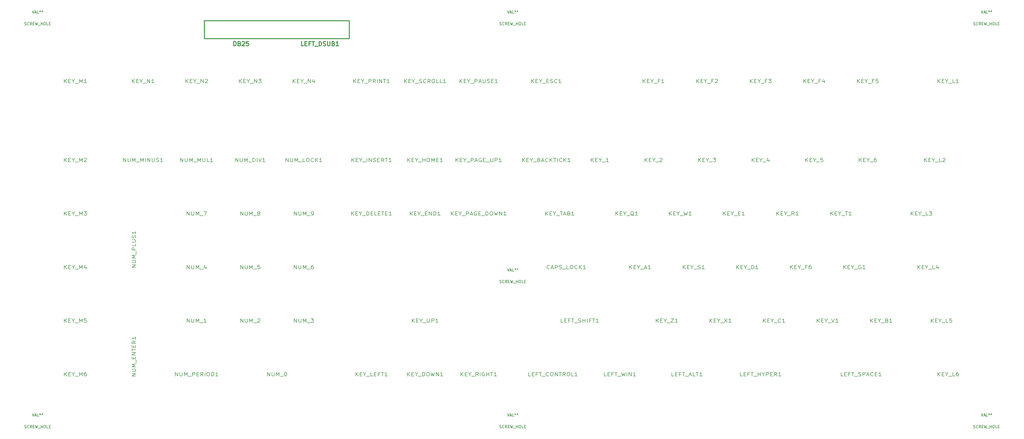
<source format=gto>
G04 #@! TF.FileFunction,Legend,Top*
%FSLAX46Y46*%
G04 Gerber Fmt 4.6, Leading zero omitted, Abs format (unit mm)*
G04 Created by KiCad (PCBNEW 4.0.7) date 12/13/17 15:10:49*
%MOMM*%
%LPD*%
G01*
G04 APERTURE LIST*
%ADD10C,0.100000*%
%ADD11C,0.304800*%
%ADD12C,0.203200*%
%ADD13C,0.150000*%
G04 APERTURE END LIST*
D10*
D11*
X114154000Y-10675000D02*
X114154000Y-10675000D01*
X114154000Y-10675000D02*
X114154000Y-4325000D01*
X114154000Y-4325000D02*
X62719000Y-4325000D01*
X62719000Y-4325000D02*
X62719000Y-10675000D01*
X62719000Y-10675000D02*
X114027000Y-10675000D01*
X114027000Y-10675000D02*
X114154000Y-10675000D01*
D12*
X256952000Y-54399524D02*
X256952000Y-53129524D01*
X257822857Y-54399524D02*
X257169714Y-53673810D01*
X257822857Y-53129524D02*
X256952000Y-53855238D01*
X258476000Y-53734286D02*
X258984000Y-53734286D01*
X259201714Y-54399524D02*
X258476000Y-54399524D01*
X258476000Y-53129524D01*
X259201714Y-53129524D01*
X260145143Y-53794762D02*
X260145143Y-54399524D01*
X259637143Y-53129524D02*
X260145143Y-53794762D01*
X260653143Y-53129524D01*
X260798286Y-54520476D02*
X261959429Y-54520476D01*
X262975429Y-53552857D02*
X262975429Y-54399524D01*
X262612572Y-53069048D02*
X262249715Y-53976190D01*
X263193143Y-53976190D01*
X284871428Y-73399524D02*
X284871428Y-72129524D01*
X285742285Y-73399524D02*
X285089142Y-72673810D01*
X285742285Y-72129524D02*
X284871428Y-72855238D01*
X286395428Y-72734286D02*
X286903428Y-72734286D01*
X287121142Y-73399524D02*
X286395428Y-73399524D01*
X286395428Y-72129524D01*
X287121142Y-72129524D01*
X288064571Y-72794762D02*
X288064571Y-73399524D01*
X287556571Y-72129524D02*
X288064571Y-72794762D01*
X288572571Y-72129524D01*
X288717714Y-73520476D02*
X289878857Y-73520476D01*
X290024000Y-72129524D02*
X290894857Y-72129524D01*
X290459428Y-73399524D02*
X290459428Y-72129524D01*
X292201143Y-73399524D02*
X291330286Y-73399524D01*
X291765714Y-73399524D02*
X291765714Y-72129524D01*
X291620571Y-72310952D01*
X291475429Y-72431905D01*
X291330286Y-72492381D01*
X265690000Y-73399524D02*
X265690000Y-72129524D01*
X266560857Y-73399524D02*
X265907714Y-72673810D01*
X266560857Y-72129524D02*
X265690000Y-72855238D01*
X267214000Y-72734286D02*
X267722000Y-72734286D01*
X267939714Y-73399524D02*
X267214000Y-73399524D01*
X267214000Y-72129524D01*
X267939714Y-72129524D01*
X268883143Y-72794762D02*
X268883143Y-73399524D01*
X268375143Y-72129524D02*
X268883143Y-72794762D01*
X269391143Y-72129524D01*
X269536286Y-73520476D02*
X270697429Y-73520476D01*
X271931143Y-73399524D02*
X271423143Y-72794762D01*
X271060286Y-73399524D02*
X271060286Y-72129524D01*
X271640858Y-72129524D01*
X271786000Y-72190000D01*
X271858572Y-72250476D01*
X271931143Y-72371429D01*
X271931143Y-72552857D01*
X271858572Y-72673810D01*
X271786000Y-72734286D01*
X271640858Y-72794762D01*
X271060286Y-72794762D01*
X273382572Y-73399524D02*
X272511715Y-73399524D01*
X272947143Y-73399524D02*
X272947143Y-72129524D01*
X272802000Y-72310952D01*
X272656858Y-72431905D01*
X272511715Y-72492381D01*
X246762571Y-73399524D02*
X246762571Y-72129524D01*
X247633428Y-73399524D02*
X246980285Y-72673810D01*
X247633428Y-72129524D02*
X246762571Y-72855238D01*
X248286571Y-72734286D02*
X248794571Y-72734286D01*
X249012285Y-73399524D02*
X248286571Y-73399524D01*
X248286571Y-72129524D01*
X249012285Y-72129524D01*
X249955714Y-72794762D02*
X249955714Y-73399524D01*
X249447714Y-72129524D02*
X249955714Y-72794762D01*
X250463714Y-72129524D01*
X250608857Y-73520476D02*
X251770000Y-73520476D01*
X252132857Y-72734286D02*
X252640857Y-72734286D01*
X252858571Y-73399524D02*
X252132857Y-73399524D01*
X252132857Y-72129524D01*
X252858571Y-72129524D01*
X254310000Y-73399524D02*
X253439143Y-73399524D01*
X253874571Y-73399524D02*
X253874571Y-72129524D01*
X253729428Y-72310952D01*
X253584286Y-72431905D01*
X253439143Y-72492381D01*
X227581143Y-73399524D02*
X227581143Y-72129524D01*
X228452000Y-73399524D02*
X227798857Y-72673810D01*
X228452000Y-72129524D02*
X227581143Y-72855238D01*
X229105143Y-72734286D02*
X229613143Y-72734286D01*
X229830857Y-73399524D02*
X229105143Y-73399524D01*
X229105143Y-72129524D01*
X229830857Y-72129524D01*
X230774286Y-72794762D02*
X230774286Y-73399524D01*
X230266286Y-72129524D02*
X230774286Y-72794762D01*
X231282286Y-72129524D01*
X231427429Y-73520476D02*
X232588572Y-73520476D01*
X232806286Y-72129524D02*
X233169143Y-73399524D01*
X233459429Y-72492381D01*
X233749715Y-73399524D01*
X234112572Y-72129524D01*
X235491429Y-73399524D02*
X234620572Y-73399524D01*
X235056000Y-73399524D02*
X235056000Y-72129524D01*
X234910857Y-72310952D01*
X234765715Y-72431905D01*
X234620572Y-72492381D01*
X208653714Y-73399524D02*
X208653714Y-72129524D01*
X209524571Y-73399524D02*
X208871428Y-72673810D01*
X209524571Y-72129524D02*
X208653714Y-72855238D01*
X210177714Y-72734286D02*
X210685714Y-72734286D01*
X210903428Y-73399524D02*
X210177714Y-73399524D01*
X210177714Y-72129524D01*
X210903428Y-72129524D01*
X211846857Y-72794762D02*
X211846857Y-73399524D01*
X211338857Y-72129524D02*
X211846857Y-72794762D01*
X212354857Y-72129524D01*
X212500000Y-73520476D02*
X213661143Y-73520476D01*
X215040000Y-73520476D02*
X214894857Y-73460000D01*
X214749714Y-73339048D01*
X214532000Y-73157619D01*
X214386857Y-73097143D01*
X214241714Y-73097143D01*
X214314286Y-73399524D02*
X214169143Y-73339048D01*
X214024000Y-73218095D01*
X213951429Y-72976190D01*
X213951429Y-72552857D01*
X214024000Y-72310952D01*
X214169143Y-72190000D01*
X214314286Y-72129524D01*
X214604572Y-72129524D01*
X214749714Y-72190000D01*
X214894857Y-72310952D01*
X214967429Y-72552857D01*
X214967429Y-72976190D01*
X214894857Y-73218095D01*
X214749714Y-73339048D01*
X214604572Y-73399524D01*
X214314286Y-73399524D01*
X216418857Y-73399524D02*
X215548000Y-73399524D01*
X215983428Y-73399524D02*
X215983428Y-72129524D01*
X215838285Y-72310952D01*
X215693143Y-72431905D01*
X215548000Y-72492381D01*
X183706285Y-73399524D02*
X183706285Y-72129524D01*
X184577142Y-73399524D02*
X183923999Y-72673810D01*
X184577142Y-72129524D02*
X183706285Y-72855238D01*
X185230285Y-72734286D02*
X185738285Y-72734286D01*
X185955999Y-73399524D02*
X185230285Y-73399524D01*
X185230285Y-72129524D01*
X185955999Y-72129524D01*
X186899428Y-72794762D02*
X186899428Y-73399524D01*
X186391428Y-72129524D02*
X186899428Y-72794762D01*
X187407428Y-72129524D01*
X187552571Y-73520476D02*
X188713714Y-73520476D01*
X188858857Y-72129524D02*
X189729714Y-72129524D01*
X189294285Y-73399524D02*
X189294285Y-72129524D01*
X190165143Y-73036667D02*
X190890857Y-73036667D01*
X190020000Y-73399524D02*
X190528000Y-72129524D01*
X191036000Y-73399524D01*
X192052000Y-72734286D02*
X192269714Y-72794762D01*
X192342286Y-72855238D01*
X192414857Y-72976190D01*
X192414857Y-73157619D01*
X192342286Y-73278571D01*
X192269714Y-73339048D01*
X192124572Y-73399524D01*
X191544000Y-73399524D01*
X191544000Y-72129524D01*
X192052000Y-72129524D01*
X192197143Y-72190000D01*
X192269714Y-72250476D01*
X192342286Y-72371429D01*
X192342286Y-72492381D01*
X192269714Y-72613333D01*
X192197143Y-72673810D01*
X192052000Y-72734286D01*
X191544000Y-72734286D01*
X193866286Y-73399524D02*
X192995429Y-73399524D01*
X193430857Y-73399524D02*
X193430857Y-72129524D01*
X193285714Y-72310952D01*
X193140572Y-72431905D01*
X192995429Y-72492381D01*
X318085143Y-54399524D02*
X318085143Y-53129524D01*
X318956000Y-54399524D02*
X318302857Y-53673810D01*
X318956000Y-53129524D02*
X318085143Y-53855238D01*
X319609143Y-53734286D02*
X320117143Y-53734286D01*
X320334857Y-54399524D02*
X319609143Y-54399524D01*
X319609143Y-53129524D01*
X320334857Y-53129524D01*
X321278286Y-53794762D02*
X321278286Y-54399524D01*
X320770286Y-53129524D02*
X321278286Y-53794762D01*
X321786286Y-53129524D01*
X321931429Y-54520476D02*
X323092572Y-54520476D01*
X324181143Y-54399524D02*
X323455429Y-54399524D01*
X323455429Y-53129524D01*
X324616572Y-53250476D02*
X324689143Y-53190000D01*
X324834286Y-53129524D01*
X325197143Y-53129524D01*
X325342286Y-53190000D01*
X325414857Y-53250476D01*
X325487429Y-53371429D01*
X325487429Y-53492381D01*
X325414857Y-53673810D01*
X324544000Y-54399524D01*
X325487429Y-54399524D01*
X294952000Y-54399524D02*
X294952000Y-53129524D01*
X295822857Y-54399524D02*
X295169714Y-53673810D01*
X295822857Y-53129524D02*
X294952000Y-53855238D01*
X296476000Y-53734286D02*
X296984000Y-53734286D01*
X297201714Y-54399524D02*
X296476000Y-54399524D01*
X296476000Y-53129524D01*
X297201714Y-53129524D01*
X298145143Y-53794762D02*
X298145143Y-54399524D01*
X297637143Y-53129524D02*
X298145143Y-53794762D01*
X298653143Y-53129524D01*
X298798286Y-54520476D02*
X299959429Y-54520476D01*
X300975429Y-53129524D02*
X300685143Y-53129524D01*
X300540000Y-53190000D01*
X300467429Y-53250476D01*
X300322286Y-53431905D01*
X300249715Y-53673810D01*
X300249715Y-54157619D01*
X300322286Y-54278571D01*
X300394858Y-54339048D01*
X300540000Y-54399524D01*
X300830286Y-54399524D01*
X300975429Y-54339048D01*
X301048000Y-54278571D01*
X301120572Y-54157619D01*
X301120572Y-53855238D01*
X301048000Y-53734286D01*
X300975429Y-53673810D01*
X300830286Y-53613333D01*
X300540000Y-53613333D01*
X300394858Y-53673810D01*
X300322286Y-53734286D01*
X300249715Y-53855238D01*
X275952000Y-54399524D02*
X275952000Y-53129524D01*
X276822857Y-54399524D02*
X276169714Y-53673810D01*
X276822857Y-53129524D02*
X275952000Y-53855238D01*
X277476000Y-53734286D02*
X277984000Y-53734286D01*
X278201714Y-54399524D02*
X277476000Y-54399524D01*
X277476000Y-53129524D01*
X278201714Y-53129524D01*
X279145143Y-53794762D02*
X279145143Y-54399524D01*
X278637143Y-53129524D02*
X279145143Y-53794762D01*
X279653143Y-53129524D01*
X279798286Y-54520476D02*
X280959429Y-54520476D01*
X282048000Y-53129524D02*
X281322286Y-53129524D01*
X281249715Y-53734286D01*
X281322286Y-53673810D01*
X281467429Y-53613333D01*
X281830286Y-53613333D01*
X281975429Y-53673810D01*
X282048000Y-53734286D01*
X282120572Y-53855238D01*
X282120572Y-54157619D01*
X282048000Y-54278571D01*
X281975429Y-54339048D01*
X281830286Y-54399524D01*
X281467429Y-54399524D01*
X281322286Y-54339048D01*
X281249715Y-54278571D01*
X185210428Y-92278571D02*
X185137857Y-92339048D01*
X184920143Y-92399524D01*
X184775000Y-92399524D01*
X184557285Y-92339048D01*
X184412143Y-92218095D01*
X184339571Y-92097143D01*
X184267000Y-91855238D01*
X184267000Y-91673810D01*
X184339571Y-91431905D01*
X184412143Y-91310952D01*
X184557285Y-91190000D01*
X184775000Y-91129524D01*
X184920143Y-91129524D01*
X185137857Y-91190000D01*
X185210428Y-91250476D01*
X185791000Y-92036667D02*
X186516714Y-92036667D01*
X185645857Y-92399524D02*
X186153857Y-91129524D01*
X186661857Y-92399524D01*
X187169857Y-92399524D02*
X187169857Y-91129524D01*
X187750429Y-91129524D01*
X187895571Y-91190000D01*
X187968143Y-91250476D01*
X188040714Y-91371429D01*
X188040714Y-91552857D01*
X187968143Y-91673810D01*
X187895571Y-91734286D01*
X187750429Y-91794762D01*
X187169857Y-91794762D01*
X188621286Y-92339048D02*
X188839000Y-92399524D01*
X189201857Y-92399524D01*
X189347000Y-92339048D01*
X189419571Y-92278571D01*
X189492143Y-92157619D01*
X189492143Y-92036667D01*
X189419571Y-91915714D01*
X189347000Y-91855238D01*
X189201857Y-91794762D01*
X188911571Y-91734286D01*
X188766429Y-91673810D01*
X188693857Y-91613333D01*
X188621286Y-91492381D01*
X188621286Y-91371429D01*
X188693857Y-91250476D01*
X188766429Y-91190000D01*
X188911571Y-91129524D01*
X189274429Y-91129524D01*
X189492143Y-91190000D01*
X189782429Y-92520476D02*
X190943572Y-92520476D01*
X192032143Y-92399524D02*
X191306429Y-92399524D01*
X191306429Y-91129524D01*
X192830429Y-91129524D02*
X193120715Y-91129524D01*
X193265857Y-91190000D01*
X193411000Y-91310952D01*
X193483572Y-91552857D01*
X193483572Y-91976190D01*
X193411000Y-92218095D01*
X193265857Y-92339048D01*
X193120715Y-92399524D01*
X192830429Y-92399524D01*
X192685286Y-92339048D01*
X192540143Y-92218095D01*
X192467572Y-91976190D01*
X192467572Y-91552857D01*
X192540143Y-91310952D01*
X192685286Y-91190000D01*
X192830429Y-91129524D01*
X195007571Y-92278571D02*
X194935000Y-92339048D01*
X194717286Y-92399524D01*
X194572143Y-92399524D01*
X194354428Y-92339048D01*
X194209286Y-92218095D01*
X194136714Y-92097143D01*
X194064143Y-91855238D01*
X194064143Y-91673810D01*
X194136714Y-91431905D01*
X194209286Y-91310952D01*
X194354428Y-91190000D01*
X194572143Y-91129524D01*
X194717286Y-91129524D01*
X194935000Y-91190000D01*
X195007571Y-91250476D01*
X195660714Y-92399524D02*
X195660714Y-91129524D01*
X196531571Y-92399524D02*
X195878428Y-91673810D01*
X196531571Y-91129524D02*
X195660714Y-91855238D01*
X197983000Y-92399524D02*
X197112143Y-92399524D01*
X197547571Y-92399524D02*
X197547571Y-91129524D01*
X197402428Y-91310952D01*
X197257286Y-91431905D01*
X197112143Y-91492381D01*
X237952000Y-54399524D02*
X237952000Y-53129524D01*
X238822857Y-54399524D02*
X238169714Y-53673810D01*
X238822857Y-53129524D02*
X237952000Y-53855238D01*
X239476000Y-53734286D02*
X239984000Y-53734286D01*
X240201714Y-54399524D02*
X239476000Y-54399524D01*
X239476000Y-53129524D01*
X240201714Y-53129524D01*
X241145143Y-53794762D02*
X241145143Y-54399524D01*
X240637143Y-53129524D02*
X241145143Y-53794762D01*
X241653143Y-53129524D01*
X241798286Y-54520476D02*
X242959429Y-54520476D01*
X243177143Y-53129524D02*
X244120572Y-53129524D01*
X243612572Y-53613333D01*
X243830286Y-53613333D01*
X243975429Y-53673810D01*
X244048000Y-53734286D01*
X244120572Y-53855238D01*
X244120572Y-54157619D01*
X244048000Y-54278571D01*
X243975429Y-54339048D01*
X243830286Y-54399524D01*
X243394858Y-54399524D01*
X243249715Y-54339048D01*
X243177143Y-54278571D01*
X218952000Y-54399524D02*
X218952000Y-53129524D01*
X219822857Y-54399524D02*
X219169714Y-53673810D01*
X219822857Y-53129524D02*
X218952000Y-53855238D01*
X220476000Y-53734286D02*
X220984000Y-53734286D01*
X221201714Y-54399524D02*
X220476000Y-54399524D01*
X220476000Y-53129524D01*
X221201714Y-53129524D01*
X222145143Y-53794762D02*
X222145143Y-54399524D01*
X221637143Y-53129524D02*
X222145143Y-53794762D01*
X222653143Y-53129524D01*
X222798286Y-54520476D02*
X223959429Y-54520476D01*
X224249715Y-53250476D02*
X224322286Y-53190000D01*
X224467429Y-53129524D01*
X224830286Y-53129524D01*
X224975429Y-53190000D01*
X225048000Y-53250476D01*
X225120572Y-53371429D01*
X225120572Y-53492381D01*
X225048000Y-53673810D01*
X224177143Y-54399524D01*
X225120572Y-54399524D01*
X199952000Y-54399524D02*
X199952000Y-53129524D01*
X200822857Y-54399524D02*
X200169714Y-53673810D01*
X200822857Y-53129524D02*
X199952000Y-53855238D01*
X201476000Y-53734286D02*
X201984000Y-53734286D01*
X202201714Y-54399524D02*
X201476000Y-54399524D01*
X201476000Y-53129524D01*
X202201714Y-53129524D01*
X203145143Y-53794762D02*
X203145143Y-54399524D01*
X202637143Y-53129524D02*
X203145143Y-53794762D01*
X203653143Y-53129524D01*
X203798286Y-54520476D02*
X204959429Y-54520476D01*
X206120572Y-54399524D02*
X205249715Y-54399524D01*
X205685143Y-54399524D02*
X205685143Y-53129524D01*
X205540000Y-53310952D01*
X205394858Y-53431905D01*
X205249715Y-53492381D01*
X175545428Y-54399524D02*
X175545428Y-53129524D01*
X176416285Y-54399524D02*
X175763142Y-53673810D01*
X176416285Y-53129524D02*
X175545428Y-53855238D01*
X177069428Y-53734286D02*
X177577428Y-53734286D01*
X177795142Y-54399524D02*
X177069428Y-54399524D01*
X177069428Y-53129524D01*
X177795142Y-53129524D01*
X178738571Y-53794762D02*
X178738571Y-54399524D01*
X178230571Y-53129524D02*
X178738571Y-53794762D01*
X179246571Y-53129524D01*
X179391714Y-54520476D02*
X180552857Y-54520476D01*
X181423714Y-53734286D02*
X181641428Y-53794762D01*
X181714000Y-53855238D01*
X181786571Y-53976190D01*
X181786571Y-54157619D01*
X181714000Y-54278571D01*
X181641428Y-54339048D01*
X181496286Y-54399524D01*
X180915714Y-54399524D01*
X180915714Y-53129524D01*
X181423714Y-53129524D01*
X181568857Y-53190000D01*
X181641428Y-53250476D01*
X181714000Y-53371429D01*
X181714000Y-53492381D01*
X181641428Y-53613333D01*
X181568857Y-53673810D01*
X181423714Y-53734286D01*
X180915714Y-53734286D01*
X182367143Y-54036667D02*
X183092857Y-54036667D01*
X182222000Y-54399524D02*
X182730000Y-53129524D01*
X183238000Y-54399524D01*
X184616857Y-54278571D02*
X184544286Y-54339048D01*
X184326572Y-54399524D01*
X184181429Y-54399524D01*
X183963714Y-54339048D01*
X183818572Y-54218095D01*
X183746000Y-54097143D01*
X183673429Y-53855238D01*
X183673429Y-53673810D01*
X183746000Y-53431905D01*
X183818572Y-53310952D01*
X183963714Y-53190000D01*
X184181429Y-53129524D01*
X184326572Y-53129524D01*
X184544286Y-53190000D01*
X184616857Y-53250476D01*
X185270000Y-54399524D02*
X185270000Y-53129524D01*
X186140857Y-54399524D02*
X185487714Y-53673810D01*
X186140857Y-53129524D02*
X185270000Y-53855238D01*
X186576286Y-53129524D02*
X187447143Y-53129524D01*
X187011714Y-54399524D02*
X187011714Y-53129524D01*
X187955143Y-54399524D02*
X187955143Y-53129524D01*
X189551714Y-54278571D02*
X189479143Y-54339048D01*
X189261429Y-54399524D01*
X189116286Y-54399524D01*
X188898571Y-54339048D01*
X188753429Y-54218095D01*
X188680857Y-54097143D01*
X188608286Y-53855238D01*
X188608286Y-53673810D01*
X188680857Y-53431905D01*
X188753429Y-53310952D01*
X188898571Y-53190000D01*
X189116286Y-53129524D01*
X189261429Y-53129524D01*
X189479143Y-53190000D01*
X189551714Y-53250476D01*
X190204857Y-54399524D02*
X190204857Y-53129524D01*
X191075714Y-54399524D02*
X190422571Y-53673810D01*
X191075714Y-53129524D02*
X190204857Y-53855238D01*
X192527143Y-54399524D02*
X191656286Y-54399524D01*
X192091714Y-54399524D02*
X192091714Y-53129524D01*
X191946571Y-53310952D01*
X191801429Y-53431905D01*
X191656286Y-53492381D01*
X322835143Y-26399524D02*
X322835143Y-25129524D01*
X323706000Y-26399524D02*
X323052857Y-25673810D01*
X323706000Y-25129524D02*
X322835143Y-25855238D01*
X324359143Y-25734286D02*
X324867143Y-25734286D01*
X325084857Y-26399524D02*
X324359143Y-26399524D01*
X324359143Y-25129524D01*
X325084857Y-25129524D01*
X326028286Y-25794762D02*
X326028286Y-26399524D01*
X325520286Y-25129524D02*
X326028286Y-25794762D01*
X326536286Y-25129524D01*
X326681429Y-26520476D02*
X327842572Y-26520476D01*
X328931143Y-26399524D02*
X328205429Y-26399524D01*
X328205429Y-25129524D01*
X330237429Y-26399524D02*
X329366572Y-26399524D01*
X329802000Y-26399524D02*
X329802000Y-25129524D01*
X329656857Y-25310952D01*
X329511715Y-25431905D01*
X329366572Y-25492381D01*
X294298857Y-26399524D02*
X294298857Y-25129524D01*
X295169714Y-26399524D02*
X294516571Y-25673810D01*
X295169714Y-25129524D02*
X294298857Y-25855238D01*
X295822857Y-25734286D02*
X296330857Y-25734286D01*
X296548571Y-26399524D02*
X295822857Y-26399524D01*
X295822857Y-25129524D01*
X296548571Y-25129524D01*
X297492000Y-25794762D02*
X297492000Y-26399524D01*
X296984000Y-25129524D02*
X297492000Y-25794762D01*
X298000000Y-25129524D01*
X298145143Y-26520476D02*
X299306286Y-26520476D01*
X300177143Y-25734286D02*
X299669143Y-25734286D01*
X299669143Y-26399524D02*
X299669143Y-25129524D01*
X300394857Y-25129524D01*
X301701143Y-25129524D02*
X300975429Y-25129524D01*
X300902858Y-25734286D01*
X300975429Y-25673810D01*
X301120572Y-25613333D01*
X301483429Y-25613333D01*
X301628572Y-25673810D01*
X301701143Y-25734286D01*
X301773715Y-25855238D01*
X301773715Y-26157619D01*
X301701143Y-26278571D01*
X301628572Y-26339048D01*
X301483429Y-26399524D01*
X301120572Y-26399524D01*
X300975429Y-26339048D01*
X300902858Y-26278571D01*
X275298857Y-26399524D02*
X275298857Y-25129524D01*
X276169714Y-26399524D02*
X275516571Y-25673810D01*
X276169714Y-25129524D02*
X275298857Y-25855238D01*
X276822857Y-25734286D02*
X277330857Y-25734286D01*
X277548571Y-26399524D02*
X276822857Y-26399524D01*
X276822857Y-25129524D01*
X277548571Y-25129524D01*
X278492000Y-25794762D02*
X278492000Y-26399524D01*
X277984000Y-25129524D02*
X278492000Y-25794762D01*
X279000000Y-25129524D01*
X279145143Y-26520476D02*
X280306286Y-26520476D01*
X281177143Y-25734286D02*
X280669143Y-25734286D01*
X280669143Y-26399524D02*
X280669143Y-25129524D01*
X281394857Y-25129524D01*
X282628572Y-25552857D02*
X282628572Y-26399524D01*
X282265715Y-25069048D02*
X281902858Y-25976190D01*
X282846286Y-25976190D01*
X256298857Y-26399524D02*
X256298857Y-25129524D01*
X257169714Y-26399524D02*
X256516571Y-25673810D01*
X257169714Y-25129524D02*
X256298857Y-25855238D01*
X257822857Y-25734286D02*
X258330857Y-25734286D01*
X258548571Y-26399524D02*
X257822857Y-26399524D01*
X257822857Y-25129524D01*
X258548571Y-25129524D01*
X259492000Y-25794762D02*
X259492000Y-26399524D01*
X258984000Y-25129524D02*
X259492000Y-25794762D01*
X260000000Y-25129524D01*
X260145143Y-26520476D02*
X261306286Y-26520476D01*
X262177143Y-25734286D02*
X261669143Y-25734286D01*
X261669143Y-26399524D02*
X261669143Y-25129524D01*
X262394857Y-25129524D01*
X262830286Y-25129524D02*
X263773715Y-25129524D01*
X263265715Y-25613333D01*
X263483429Y-25613333D01*
X263628572Y-25673810D01*
X263701143Y-25734286D01*
X263773715Y-25855238D01*
X263773715Y-26157619D01*
X263701143Y-26278571D01*
X263628572Y-26339048D01*
X263483429Y-26399524D01*
X263048001Y-26399524D01*
X262902858Y-26339048D01*
X262830286Y-26278571D01*
X237298857Y-26399524D02*
X237298857Y-25129524D01*
X238169714Y-26399524D02*
X237516571Y-25673810D01*
X238169714Y-25129524D02*
X237298857Y-25855238D01*
X238822857Y-25734286D02*
X239330857Y-25734286D01*
X239548571Y-26399524D02*
X238822857Y-26399524D01*
X238822857Y-25129524D01*
X239548571Y-25129524D01*
X240492000Y-25794762D02*
X240492000Y-26399524D01*
X239984000Y-25129524D02*
X240492000Y-25794762D01*
X241000000Y-25129524D01*
X241145143Y-26520476D02*
X242306286Y-26520476D01*
X243177143Y-25734286D02*
X242669143Y-25734286D01*
X242669143Y-26399524D02*
X242669143Y-25129524D01*
X243394857Y-25129524D01*
X243902858Y-25250476D02*
X243975429Y-25190000D01*
X244120572Y-25129524D01*
X244483429Y-25129524D01*
X244628572Y-25190000D01*
X244701143Y-25250476D01*
X244773715Y-25371429D01*
X244773715Y-25492381D01*
X244701143Y-25673810D01*
X243830286Y-26399524D01*
X244773715Y-26399524D01*
X260940000Y-111399524D02*
X260940000Y-110129524D01*
X261810857Y-111399524D02*
X261157714Y-110673810D01*
X261810857Y-110129524D02*
X260940000Y-110855238D01*
X262464000Y-110734286D02*
X262972000Y-110734286D01*
X263189714Y-111399524D02*
X262464000Y-111399524D01*
X262464000Y-110129524D01*
X263189714Y-110129524D01*
X264133143Y-110794762D02*
X264133143Y-111399524D01*
X263625143Y-110129524D02*
X264133143Y-110794762D01*
X264641143Y-110129524D01*
X264786286Y-111520476D02*
X265947429Y-111520476D01*
X267181143Y-111278571D02*
X267108572Y-111339048D01*
X266890858Y-111399524D01*
X266745715Y-111399524D01*
X266528000Y-111339048D01*
X266382858Y-111218095D01*
X266310286Y-111097143D01*
X266237715Y-110855238D01*
X266237715Y-110673810D01*
X266310286Y-110431905D01*
X266382858Y-110310952D01*
X266528000Y-110190000D01*
X266745715Y-110129524D01*
X266890858Y-110129524D01*
X267108572Y-110190000D01*
X267181143Y-110250476D01*
X268632572Y-111399524D02*
X267761715Y-111399524D01*
X268197143Y-111399524D02*
X268197143Y-110129524D01*
X268052000Y-110310952D01*
X267906858Y-110431905D01*
X267761715Y-110492381D01*
X322835143Y-130399524D02*
X322835143Y-129129524D01*
X323706000Y-130399524D02*
X323052857Y-129673810D01*
X323706000Y-129129524D02*
X322835143Y-129855238D01*
X324359143Y-129734286D02*
X324867143Y-129734286D01*
X325084857Y-130399524D02*
X324359143Y-130399524D01*
X324359143Y-129129524D01*
X325084857Y-129129524D01*
X326028286Y-129794762D02*
X326028286Y-130399524D01*
X325520286Y-129129524D02*
X326028286Y-129794762D01*
X326536286Y-129129524D01*
X326681429Y-130520476D02*
X327842572Y-130520476D01*
X328931143Y-130399524D02*
X328205429Y-130399524D01*
X328205429Y-129129524D01*
X330092286Y-129129524D02*
X329802000Y-129129524D01*
X329656857Y-129190000D01*
X329584286Y-129250476D01*
X329439143Y-129431905D01*
X329366572Y-129673810D01*
X329366572Y-130157619D01*
X329439143Y-130278571D01*
X329511715Y-130339048D01*
X329656857Y-130399524D01*
X329947143Y-130399524D01*
X330092286Y-130339048D01*
X330164857Y-130278571D01*
X330237429Y-130157619D01*
X330237429Y-129855238D01*
X330164857Y-129734286D01*
X330092286Y-129673810D01*
X329947143Y-129613333D01*
X329656857Y-129613333D01*
X329511715Y-129673810D01*
X329439143Y-129734286D01*
X329366572Y-129855238D01*
X253577428Y-130399524D02*
X252851714Y-130399524D01*
X252851714Y-129129524D01*
X254085428Y-129734286D02*
X254593428Y-129734286D01*
X254811142Y-130399524D02*
X254085428Y-130399524D01*
X254085428Y-129129524D01*
X254811142Y-129129524D01*
X255972285Y-129734286D02*
X255464285Y-129734286D01*
X255464285Y-130399524D02*
X255464285Y-129129524D01*
X256189999Y-129129524D01*
X256552857Y-129129524D02*
X257423714Y-129129524D01*
X256988285Y-130399524D02*
X256988285Y-129129524D01*
X257568857Y-130520476D02*
X258730000Y-130520476D01*
X259092857Y-130399524D02*
X259092857Y-129129524D01*
X259092857Y-129734286D02*
X259963714Y-129734286D01*
X259963714Y-130399524D02*
X259963714Y-129129524D01*
X260979714Y-129794762D02*
X260979714Y-130399524D01*
X260471714Y-129129524D02*
X260979714Y-129794762D01*
X261487714Y-129129524D01*
X261995714Y-130399524D02*
X261995714Y-129129524D01*
X262576286Y-129129524D01*
X262721428Y-129190000D01*
X262794000Y-129250476D01*
X262866571Y-129371429D01*
X262866571Y-129552857D01*
X262794000Y-129673810D01*
X262721428Y-129734286D01*
X262576286Y-129794762D01*
X261995714Y-129794762D01*
X263519714Y-129734286D02*
X264027714Y-129734286D01*
X264245428Y-130399524D02*
X263519714Y-130399524D01*
X263519714Y-129129524D01*
X264245428Y-129129524D01*
X265769428Y-130399524D02*
X265261428Y-129794762D01*
X264898571Y-130399524D02*
X264898571Y-129129524D01*
X265479143Y-129129524D01*
X265624285Y-129190000D01*
X265696857Y-129250476D01*
X265769428Y-129371429D01*
X265769428Y-129552857D01*
X265696857Y-129673810D01*
X265624285Y-129734286D01*
X265479143Y-129794762D01*
X264898571Y-129794762D01*
X267220857Y-130399524D02*
X266350000Y-130399524D01*
X266785428Y-130399524D02*
X266785428Y-129129524D01*
X266640285Y-129310952D01*
X266495143Y-129431905D01*
X266350000Y-129492381D01*
X229266714Y-130399524D02*
X228541000Y-130399524D01*
X228541000Y-129129524D01*
X229774714Y-129734286D02*
X230282714Y-129734286D01*
X230500428Y-130399524D02*
X229774714Y-130399524D01*
X229774714Y-129129524D01*
X230500428Y-129129524D01*
X231661571Y-129734286D02*
X231153571Y-129734286D01*
X231153571Y-130399524D02*
X231153571Y-129129524D01*
X231879285Y-129129524D01*
X232242143Y-129129524D02*
X233113000Y-129129524D01*
X232677571Y-130399524D02*
X232677571Y-129129524D01*
X233258143Y-130520476D02*
X234419286Y-130520476D01*
X234709572Y-130036667D02*
X235435286Y-130036667D01*
X234564429Y-130399524D02*
X235072429Y-129129524D01*
X235580429Y-130399524D01*
X236814143Y-130399524D02*
X236088429Y-130399524D01*
X236088429Y-129129524D01*
X237104429Y-129129524D02*
X237975286Y-129129524D01*
X237539857Y-130399524D02*
X237539857Y-129129524D01*
X239281572Y-130399524D02*
X238410715Y-130399524D01*
X238846143Y-130399524D02*
X238846143Y-129129524D01*
X238701000Y-129310952D01*
X238555858Y-129431905D01*
X238410715Y-129492381D01*
X320460143Y-111399524D02*
X320460143Y-110129524D01*
X321331000Y-111399524D02*
X320677857Y-110673810D01*
X321331000Y-110129524D02*
X320460143Y-110855238D01*
X321984143Y-110734286D02*
X322492143Y-110734286D01*
X322709857Y-111399524D02*
X321984143Y-111399524D01*
X321984143Y-110129524D01*
X322709857Y-110129524D01*
X323653286Y-110794762D02*
X323653286Y-111399524D01*
X323145286Y-110129524D02*
X323653286Y-110794762D01*
X324161286Y-110129524D01*
X324306429Y-111520476D02*
X325467572Y-111520476D01*
X326556143Y-111399524D02*
X325830429Y-111399524D01*
X325830429Y-110129524D01*
X327789857Y-110129524D02*
X327064143Y-110129524D01*
X326991572Y-110734286D01*
X327064143Y-110673810D01*
X327209286Y-110613333D01*
X327572143Y-110613333D01*
X327717286Y-110673810D01*
X327789857Y-110734286D01*
X327862429Y-110855238D01*
X327862429Y-111157619D01*
X327789857Y-111278571D01*
X327717286Y-111339048D01*
X327572143Y-111399524D01*
X327209286Y-111399524D01*
X327064143Y-111339048D01*
X326991572Y-111278571D01*
X298940000Y-111399524D02*
X298940000Y-110129524D01*
X299810857Y-111399524D02*
X299157714Y-110673810D01*
X299810857Y-110129524D02*
X298940000Y-110855238D01*
X300464000Y-110734286D02*
X300972000Y-110734286D01*
X301189714Y-111399524D02*
X300464000Y-111399524D01*
X300464000Y-110129524D01*
X301189714Y-110129524D01*
X302133143Y-110794762D02*
X302133143Y-111399524D01*
X301625143Y-110129524D02*
X302133143Y-110794762D01*
X302641143Y-110129524D01*
X302786286Y-111520476D02*
X303947429Y-111520476D01*
X304818286Y-110734286D02*
X305036000Y-110794762D01*
X305108572Y-110855238D01*
X305181143Y-110976190D01*
X305181143Y-111157619D01*
X305108572Y-111278571D01*
X305036000Y-111339048D01*
X304890858Y-111399524D01*
X304310286Y-111399524D01*
X304310286Y-110129524D01*
X304818286Y-110129524D01*
X304963429Y-110190000D01*
X305036000Y-110250476D01*
X305108572Y-110371429D01*
X305108572Y-110492381D01*
X305036000Y-110613333D01*
X304963429Y-110673810D01*
X304818286Y-110734286D01*
X304310286Y-110734286D01*
X306632572Y-111399524D02*
X305761715Y-111399524D01*
X306197143Y-111399524D02*
X306197143Y-110129524D01*
X306052000Y-110310952D01*
X305906858Y-110431905D01*
X305761715Y-110492381D01*
X280048857Y-111399524D02*
X280048857Y-110129524D01*
X280919714Y-111399524D02*
X280266571Y-110673810D01*
X280919714Y-110129524D02*
X280048857Y-110855238D01*
X281572857Y-110734286D02*
X282080857Y-110734286D01*
X282298571Y-111399524D02*
X281572857Y-111399524D01*
X281572857Y-110129524D01*
X282298571Y-110129524D01*
X283242000Y-110794762D02*
X283242000Y-111399524D01*
X282734000Y-110129524D02*
X283242000Y-110794762D01*
X283750000Y-110129524D01*
X283895143Y-111520476D02*
X285056286Y-111520476D01*
X285201429Y-110129524D02*
X285709429Y-111399524D01*
X286217429Y-110129524D01*
X287523715Y-111399524D02*
X286652858Y-111399524D01*
X287088286Y-111399524D02*
X287088286Y-110129524D01*
X286943143Y-110310952D01*
X286798001Y-110431905D01*
X286652858Y-110492381D01*
X218298857Y-26399524D02*
X218298857Y-25129524D01*
X219169714Y-26399524D02*
X218516571Y-25673810D01*
X219169714Y-25129524D02*
X218298857Y-25855238D01*
X219822857Y-25734286D02*
X220330857Y-25734286D01*
X220548571Y-26399524D02*
X219822857Y-26399524D01*
X219822857Y-25129524D01*
X220548571Y-25129524D01*
X221492000Y-25794762D02*
X221492000Y-26399524D01*
X220984000Y-25129524D02*
X221492000Y-25794762D01*
X222000000Y-25129524D01*
X222145143Y-26520476D02*
X223306286Y-26520476D01*
X224177143Y-25734286D02*
X223669143Y-25734286D01*
X223669143Y-26399524D02*
X223669143Y-25129524D01*
X224394857Y-25129524D01*
X225773715Y-26399524D02*
X224902858Y-26399524D01*
X225338286Y-26399524D02*
X225338286Y-25129524D01*
X225193143Y-25310952D01*
X225048001Y-25431905D01*
X224902858Y-25492381D01*
X241976285Y-111399524D02*
X241976285Y-110129524D01*
X242847142Y-111399524D02*
X242193999Y-110673810D01*
X242847142Y-110129524D02*
X241976285Y-110855238D01*
X243500285Y-110734286D02*
X244008285Y-110734286D01*
X244225999Y-111399524D02*
X243500285Y-111399524D01*
X243500285Y-110129524D01*
X244225999Y-110129524D01*
X245169428Y-110794762D02*
X245169428Y-111399524D01*
X244661428Y-110129524D02*
X245169428Y-110794762D01*
X245677428Y-110129524D01*
X245822571Y-111520476D02*
X246983714Y-111520476D01*
X247201428Y-110129524D02*
X248217428Y-111399524D01*
X248217428Y-110129524D02*
X247201428Y-111399524D01*
X249596286Y-111399524D02*
X248725429Y-111399524D01*
X249160857Y-111399524D02*
X249160857Y-110129524D01*
X249015714Y-110310952D01*
X248870572Y-110431905D01*
X248725429Y-110492381D01*
X222976285Y-111399524D02*
X222976285Y-110129524D01*
X223847142Y-111399524D02*
X223193999Y-110673810D01*
X223847142Y-110129524D02*
X222976285Y-110855238D01*
X224500285Y-110734286D02*
X225008285Y-110734286D01*
X225225999Y-111399524D02*
X224500285Y-111399524D01*
X224500285Y-110129524D01*
X225225999Y-110129524D01*
X226169428Y-110794762D02*
X226169428Y-111399524D01*
X225661428Y-110129524D02*
X226169428Y-110794762D01*
X226677428Y-110129524D01*
X226822571Y-111520476D02*
X227983714Y-111520476D01*
X228201428Y-110129524D02*
X229217428Y-110129524D01*
X228201428Y-111399524D01*
X229217428Y-111399524D01*
X230596286Y-111399524D02*
X229725429Y-111399524D01*
X230160857Y-111399524D02*
X230160857Y-110129524D01*
X230015714Y-110310952D01*
X229870572Y-110431905D01*
X229725429Y-110492381D01*
X315710143Y-92399524D02*
X315710143Y-91129524D01*
X316581000Y-92399524D02*
X315927857Y-91673810D01*
X316581000Y-91129524D02*
X315710143Y-91855238D01*
X317234143Y-91734286D02*
X317742143Y-91734286D01*
X317959857Y-92399524D02*
X317234143Y-92399524D01*
X317234143Y-91129524D01*
X317959857Y-91129524D01*
X318903286Y-91794762D02*
X318903286Y-92399524D01*
X318395286Y-91129524D02*
X318903286Y-91794762D01*
X319411286Y-91129524D01*
X319556429Y-92520476D02*
X320717572Y-92520476D01*
X321806143Y-92399524D02*
X321080429Y-92399524D01*
X321080429Y-91129524D01*
X322967286Y-91552857D02*
X322967286Y-92399524D01*
X322604429Y-91069048D02*
X322241572Y-91976190D01*
X323185000Y-91976190D01*
X289440000Y-92399524D02*
X289440000Y-91129524D01*
X290310857Y-92399524D02*
X289657714Y-91673810D01*
X290310857Y-91129524D02*
X289440000Y-91855238D01*
X290964000Y-91734286D02*
X291472000Y-91734286D01*
X291689714Y-92399524D02*
X290964000Y-92399524D01*
X290964000Y-91129524D01*
X291689714Y-91129524D01*
X292633143Y-91794762D02*
X292633143Y-92399524D01*
X292125143Y-91129524D02*
X292633143Y-91794762D01*
X293141143Y-91129524D01*
X293286286Y-92520476D02*
X294447429Y-92520476D01*
X295608572Y-91190000D02*
X295463429Y-91129524D01*
X295245715Y-91129524D01*
X295028000Y-91190000D01*
X294882858Y-91310952D01*
X294810286Y-91431905D01*
X294737715Y-91673810D01*
X294737715Y-91855238D01*
X294810286Y-92097143D01*
X294882858Y-92218095D01*
X295028000Y-92339048D01*
X295245715Y-92399524D01*
X295390858Y-92399524D01*
X295608572Y-92339048D01*
X295681143Y-92278571D01*
X295681143Y-91855238D01*
X295390858Y-91855238D01*
X297132572Y-92399524D02*
X296261715Y-92399524D01*
X296697143Y-92399524D02*
X296697143Y-91129524D01*
X296552000Y-91310952D01*
X296406858Y-91431905D01*
X296261715Y-91492381D01*
X270548857Y-92399524D02*
X270548857Y-91129524D01*
X271419714Y-92399524D02*
X270766571Y-91673810D01*
X271419714Y-91129524D02*
X270548857Y-91855238D01*
X272072857Y-91734286D02*
X272580857Y-91734286D01*
X272798571Y-92399524D02*
X272072857Y-92399524D01*
X272072857Y-91129524D01*
X272798571Y-91129524D01*
X273742000Y-91794762D02*
X273742000Y-92399524D01*
X273234000Y-91129524D02*
X273742000Y-91794762D01*
X274250000Y-91129524D01*
X274395143Y-92520476D02*
X275556286Y-92520476D01*
X276427143Y-91734286D02*
X275919143Y-91734286D01*
X275919143Y-92399524D02*
X275919143Y-91129524D01*
X276644857Y-91129524D01*
X277878572Y-91129524D02*
X277588286Y-91129524D01*
X277443143Y-91190000D01*
X277370572Y-91250476D01*
X277225429Y-91431905D01*
X277152858Y-91673810D01*
X277152858Y-92157619D01*
X277225429Y-92278571D01*
X277298001Y-92339048D01*
X277443143Y-92399524D01*
X277733429Y-92399524D01*
X277878572Y-92339048D01*
X277951143Y-92278571D01*
X278023715Y-92157619D01*
X278023715Y-91855238D01*
X277951143Y-91734286D01*
X277878572Y-91673810D01*
X277733429Y-91613333D01*
X277443143Y-91613333D01*
X277298001Y-91673810D01*
X277225429Y-91734286D01*
X277152858Y-91855238D01*
X251440000Y-92399524D02*
X251440000Y-91129524D01*
X252310857Y-92399524D02*
X251657714Y-91673810D01*
X252310857Y-91129524D02*
X251440000Y-91855238D01*
X252964000Y-91734286D02*
X253472000Y-91734286D01*
X253689714Y-92399524D02*
X252964000Y-92399524D01*
X252964000Y-91129524D01*
X253689714Y-91129524D01*
X254633143Y-91794762D02*
X254633143Y-92399524D01*
X254125143Y-91129524D02*
X254633143Y-91794762D01*
X255141143Y-91129524D01*
X255286286Y-92520476D02*
X256447429Y-92520476D01*
X256810286Y-92399524D02*
X256810286Y-91129524D01*
X257173143Y-91129524D01*
X257390858Y-91190000D01*
X257536000Y-91310952D01*
X257608572Y-91431905D01*
X257681143Y-91673810D01*
X257681143Y-91855238D01*
X257608572Y-92097143D01*
X257536000Y-92218095D01*
X257390858Y-92339048D01*
X257173143Y-92399524D01*
X256810286Y-92399524D01*
X259132572Y-92399524D02*
X258261715Y-92399524D01*
X258697143Y-92399524D02*
X258697143Y-91129524D01*
X258552000Y-91310952D01*
X258406858Y-91431905D01*
X258261715Y-91492381D01*
X232476285Y-92399524D02*
X232476285Y-91129524D01*
X233347142Y-92399524D02*
X232693999Y-91673810D01*
X233347142Y-91129524D02*
X232476285Y-91855238D01*
X234000285Y-91734286D02*
X234508285Y-91734286D01*
X234725999Y-92399524D02*
X234000285Y-92399524D01*
X234000285Y-91129524D01*
X234725999Y-91129524D01*
X235669428Y-91794762D02*
X235669428Y-92399524D01*
X235161428Y-91129524D02*
X235669428Y-91794762D01*
X236177428Y-91129524D01*
X236322571Y-92520476D02*
X237483714Y-92520476D01*
X237774000Y-92339048D02*
X237991714Y-92399524D01*
X238354571Y-92399524D01*
X238499714Y-92339048D01*
X238572285Y-92278571D01*
X238644857Y-92157619D01*
X238644857Y-92036667D01*
X238572285Y-91915714D01*
X238499714Y-91855238D01*
X238354571Y-91794762D01*
X238064285Y-91734286D01*
X237919143Y-91673810D01*
X237846571Y-91613333D01*
X237774000Y-91492381D01*
X237774000Y-91371429D01*
X237846571Y-91250476D01*
X237919143Y-91190000D01*
X238064285Y-91129524D01*
X238427143Y-91129524D01*
X238644857Y-91190000D01*
X240096286Y-92399524D02*
X239225429Y-92399524D01*
X239660857Y-92399524D02*
X239660857Y-91129524D01*
X239515714Y-91310952D01*
X239370572Y-91431905D01*
X239225429Y-91492381D01*
X213548857Y-92399524D02*
X213548857Y-91129524D01*
X214419714Y-92399524D02*
X213766571Y-91673810D01*
X214419714Y-91129524D02*
X213548857Y-91855238D01*
X215072857Y-91734286D02*
X215580857Y-91734286D01*
X215798571Y-92399524D02*
X215072857Y-92399524D01*
X215072857Y-91129524D01*
X215798571Y-91129524D01*
X216742000Y-91794762D02*
X216742000Y-92399524D01*
X216234000Y-91129524D02*
X216742000Y-91794762D01*
X217250000Y-91129524D01*
X217395143Y-92520476D02*
X218556286Y-92520476D01*
X218846572Y-92036667D02*
X219572286Y-92036667D01*
X218701429Y-92399524D02*
X219209429Y-91129524D01*
X219717429Y-92399524D01*
X221023715Y-92399524D02*
X220152858Y-92399524D01*
X220588286Y-92399524D02*
X220588286Y-91129524D01*
X220443143Y-91310952D01*
X220298001Y-91431905D01*
X220152858Y-91492381D01*
X34033144Y-54399524D02*
X34033144Y-53129524D01*
X34904001Y-54399524D01*
X34904001Y-53129524D01*
X35629715Y-53129524D02*
X35629715Y-54157619D01*
X35702287Y-54278571D01*
X35774858Y-54339048D01*
X35920001Y-54399524D01*
X36210287Y-54399524D01*
X36355429Y-54339048D01*
X36428001Y-54278571D01*
X36500572Y-54157619D01*
X36500572Y-53129524D01*
X37226286Y-54399524D02*
X37226286Y-53129524D01*
X37734286Y-54036667D01*
X38242286Y-53129524D01*
X38242286Y-54399524D01*
X38605143Y-54520476D02*
X39766286Y-54520476D01*
X40129143Y-54399524D02*
X40129143Y-53129524D01*
X40637143Y-54036667D01*
X41145143Y-53129524D01*
X41145143Y-54399524D01*
X41870857Y-54399524D02*
X41870857Y-53129524D01*
X42596571Y-54399524D02*
X42596571Y-53129524D01*
X43467428Y-54399524D01*
X43467428Y-53129524D01*
X44193142Y-53129524D02*
X44193142Y-54157619D01*
X44265714Y-54278571D01*
X44338285Y-54339048D01*
X44483428Y-54399524D01*
X44773714Y-54399524D01*
X44918856Y-54339048D01*
X44991428Y-54278571D01*
X45063999Y-54157619D01*
X45063999Y-53129524D01*
X45717142Y-54339048D02*
X45934856Y-54399524D01*
X46297713Y-54399524D01*
X46442856Y-54339048D01*
X46515427Y-54278571D01*
X46587999Y-54157619D01*
X46587999Y-54036667D01*
X46515427Y-53915714D01*
X46442856Y-53855238D01*
X46297713Y-53794762D01*
X46007427Y-53734286D01*
X45862285Y-53673810D01*
X45789713Y-53613333D01*
X45717142Y-53492381D01*
X45717142Y-53371429D01*
X45789713Y-53250476D01*
X45862285Y-53190000D01*
X46007427Y-53129524D01*
X46370285Y-53129524D01*
X46587999Y-53190000D01*
X48039428Y-54399524D02*
X47168571Y-54399524D01*
X47603999Y-54399524D02*
X47603999Y-53129524D01*
X47458856Y-53310952D01*
X47313714Y-53431905D01*
X47168571Y-53492381D01*
X94589143Y-92399524D02*
X94589143Y-91129524D01*
X95460000Y-92399524D01*
X95460000Y-91129524D01*
X96185714Y-91129524D02*
X96185714Y-92157619D01*
X96258286Y-92278571D01*
X96330857Y-92339048D01*
X96476000Y-92399524D01*
X96766286Y-92399524D01*
X96911428Y-92339048D01*
X96984000Y-92278571D01*
X97056571Y-92157619D01*
X97056571Y-91129524D01*
X97782285Y-92399524D02*
X97782285Y-91129524D01*
X98290285Y-92036667D01*
X98798285Y-91129524D01*
X98798285Y-92399524D01*
X99161142Y-92520476D02*
X100322285Y-92520476D01*
X101338285Y-91129524D02*
X101047999Y-91129524D01*
X100902856Y-91190000D01*
X100830285Y-91250476D01*
X100685142Y-91431905D01*
X100612571Y-91673810D01*
X100612571Y-92157619D01*
X100685142Y-92278571D01*
X100757714Y-92339048D01*
X100902856Y-92399524D01*
X101193142Y-92399524D01*
X101338285Y-92339048D01*
X101410856Y-92278571D01*
X101483428Y-92157619D01*
X101483428Y-91855238D01*
X101410856Y-91734286D01*
X101338285Y-91673810D01*
X101193142Y-91613333D01*
X100902856Y-91613333D01*
X100757714Y-91673810D01*
X100685142Y-91734286D01*
X100612571Y-91855238D01*
X75589143Y-92399524D02*
X75589143Y-91129524D01*
X76460000Y-92399524D01*
X76460000Y-91129524D01*
X77185714Y-91129524D02*
X77185714Y-92157619D01*
X77258286Y-92278571D01*
X77330857Y-92339048D01*
X77476000Y-92399524D01*
X77766286Y-92399524D01*
X77911428Y-92339048D01*
X77984000Y-92278571D01*
X78056571Y-92157619D01*
X78056571Y-91129524D01*
X78782285Y-92399524D02*
X78782285Y-91129524D01*
X79290285Y-92036667D01*
X79798285Y-91129524D01*
X79798285Y-92399524D01*
X80161142Y-92520476D02*
X81322285Y-92520476D01*
X82410856Y-91129524D02*
X81685142Y-91129524D01*
X81612571Y-91734286D01*
X81685142Y-91673810D01*
X81830285Y-91613333D01*
X82193142Y-91613333D01*
X82338285Y-91673810D01*
X82410856Y-91734286D01*
X82483428Y-91855238D01*
X82483428Y-92157619D01*
X82410856Y-92278571D01*
X82338285Y-92339048D01*
X82193142Y-92399524D01*
X81830285Y-92399524D01*
X81685142Y-92339048D01*
X81612571Y-92278571D01*
X56589143Y-92399524D02*
X56589143Y-91129524D01*
X57460000Y-92399524D01*
X57460000Y-91129524D01*
X58185714Y-91129524D02*
X58185714Y-92157619D01*
X58258286Y-92278571D01*
X58330857Y-92339048D01*
X58476000Y-92399524D01*
X58766286Y-92399524D01*
X58911428Y-92339048D01*
X58984000Y-92278571D01*
X59056571Y-92157619D01*
X59056571Y-91129524D01*
X59782285Y-92399524D02*
X59782285Y-91129524D01*
X60290285Y-92036667D01*
X60798285Y-91129524D01*
X60798285Y-92399524D01*
X61161142Y-92520476D02*
X62322285Y-92520476D01*
X63338285Y-91552857D02*
X63338285Y-92399524D01*
X62975428Y-91069048D02*
X62612571Y-91976190D01*
X63555999Y-91976190D01*
X94589143Y-73399524D02*
X94589143Y-72129524D01*
X95460000Y-73399524D01*
X95460000Y-72129524D01*
X96185714Y-72129524D02*
X96185714Y-73157619D01*
X96258286Y-73278571D01*
X96330857Y-73339048D01*
X96476000Y-73399524D01*
X96766286Y-73399524D01*
X96911428Y-73339048D01*
X96984000Y-73278571D01*
X97056571Y-73157619D01*
X97056571Y-72129524D01*
X97782285Y-73399524D02*
X97782285Y-72129524D01*
X98290285Y-73036667D01*
X98798285Y-72129524D01*
X98798285Y-73399524D01*
X99161142Y-73520476D02*
X100322285Y-73520476D01*
X100757714Y-73399524D02*
X101047999Y-73399524D01*
X101193142Y-73339048D01*
X101265714Y-73278571D01*
X101410856Y-73097143D01*
X101483428Y-72855238D01*
X101483428Y-72371429D01*
X101410856Y-72250476D01*
X101338285Y-72190000D01*
X101193142Y-72129524D01*
X100902856Y-72129524D01*
X100757714Y-72190000D01*
X100685142Y-72250476D01*
X100612571Y-72371429D01*
X100612571Y-72673810D01*
X100685142Y-72794762D01*
X100757714Y-72855238D01*
X100902856Y-72915714D01*
X101193142Y-72915714D01*
X101338285Y-72855238D01*
X101410856Y-72794762D01*
X101483428Y-72673810D01*
X75589143Y-73399524D02*
X75589143Y-72129524D01*
X76460000Y-73399524D01*
X76460000Y-72129524D01*
X77185714Y-72129524D02*
X77185714Y-73157619D01*
X77258286Y-73278571D01*
X77330857Y-73339048D01*
X77476000Y-73399524D01*
X77766286Y-73399524D01*
X77911428Y-73339048D01*
X77984000Y-73278571D01*
X78056571Y-73157619D01*
X78056571Y-72129524D01*
X78782285Y-73399524D02*
X78782285Y-72129524D01*
X79290285Y-73036667D01*
X79798285Y-72129524D01*
X79798285Y-73399524D01*
X80161142Y-73520476D02*
X81322285Y-73520476D01*
X81902856Y-72673810D02*
X81757714Y-72613333D01*
X81685142Y-72552857D01*
X81612571Y-72431905D01*
X81612571Y-72371429D01*
X81685142Y-72250476D01*
X81757714Y-72190000D01*
X81902856Y-72129524D01*
X82193142Y-72129524D01*
X82338285Y-72190000D01*
X82410856Y-72250476D01*
X82483428Y-72371429D01*
X82483428Y-72431905D01*
X82410856Y-72552857D01*
X82338285Y-72613333D01*
X82193142Y-72673810D01*
X81902856Y-72673810D01*
X81757714Y-72734286D01*
X81685142Y-72794762D01*
X81612571Y-72915714D01*
X81612571Y-73157619D01*
X81685142Y-73278571D01*
X81757714Y-73339048D01*
X81902856Y-73399524D01*
X82193142Y-73399524D01*
X82338285Y-73339048D01*
X82410856Y-73278571D01*
X82483428Y-73157619D01*
X82483428Y-72915714D01*
X82410856Y-72794762D01*
X82338285Y-72734286D01*
X82193142Y-72673810D01*
X56589143Y-73399524D02*
X56589143Y-72129524D01*
X57460000Y-73399524D01*
X57460000Y-72129524D01*
X58185714Y-72129524D02*
X58185714Y-73157619D01*
X58258286Y-73278571D01*
X58330857Y-73339048D01*
X58476000Y-73399524D01*
X58766286Y-73399524D01*
X58911428Y-73339048D01*
X58984000Y-73278571D01*
X59056571Y-73157619D01*
X59056571Y-72129524D01*
X59782285Y-73399524D02*
X59782285Y-72129524D01*
X60290285Y-73036667D01*
X60798285Y-72129524D01*
X60798285Y-73399524D01*
X61161142Y-73520476D02*
X62322285Y-73520476D01*
X62539999Y-72129524D02*
X63555999Y-72129524D01*
X62902856Y-73399524D01*
X91650001Y-54399524D02*
X91650001Y-53129524D01*
X92520858Y-54399524D01*
X92520858Y-53129524D01*
X93246572Y-53129524D02*
X93246572Y-54157619D01*
X93319144Y-54278571D01*
X93391715Y-54339048D01*
X93536858Y-54399524D01*
X93827144Y-54399524D01*
X93972286Y-54339048D01*
X94044858Y-54278571D01*
X94117429Y-54157619D01*
X94117429Y-53129524D01*
X94843143Y-54399524D02*
X94843143Y-53129524D01*
X95351143Y-54036667D01*
X95859143Y-53129524D01*
X95859143Y-54399524D01*
X96222000Y-54520476D02*
X97383143Y-54520476D01*
X98471714Y-54399524D02*
X97746000Y-54399524D01*
X97746000Y-53129524D01*
X99270000Y-53129524D02*
X99560286Y-53129524D01*
X99705428Y-53190000D01*
X99850571Y-53310952D01*
X99923143Y-53552857D01*
X99923143Y-53976190D01*
X99850571Y-54218095D01*
X99705428Y-54339048D01*
X99560286Y-54399524D01*
X99270000Y-54399524D01*
X99124857Y-54339048D01*
X98979714Y-54218095D01*
X98907143Y-53976190D01*
X98907143Y-53552857D01*
X98979714Y-53310952D01*
X99124857Y-53190000D01*
X99270000Y-53129524D01*
X101447142Y-54278571D02*
X101374571Y-54339048D01*
X101156857Y-54399524D01*
X101011714Y-54399524D01*
X100793999Y-54339048D01*
X100648857Y-54218095D01*
X100576285Y-54097143D01*
X100503714Y-53855238D01*
X100503714Y-53673810D01*
X100576285Y-53431905D01*
X100648857Y-53310952D01*
X100793999Y-53190000D01*
X101011714Y-53129524D01*
X101156857Y-53129524D01*
X101374571Y-53190000D01*
X101447142Y-53250476D01*
X102100285Y-54399524D02*
X102100285Y-53129524D01*
X102971142Y-54399524D02*
X102317999Y-53673810D01*
X102971142Y-53129524D02*
X102100285Y-53855238D01*
X104422571Y-54399524D02*
X103551714Y-54399524D01*
X103987142Y-54399524D02*
X103987142Y-53129524D01*
X103841999Y-53310952D01*
X103696857Y-53431905D01*
X103551714Y-53492381D01*
X73811143Y-54399524D02*
X73811143Y-53129524D01*
X74682000Y-54399524D01*
X74682000Y-53129524D01*
X75407714Y-53129524D02*
X75407714Y-54157619D01*
X75480286Y-54278571D01*
X75552857Y-54339048D01*
X75698000Y-54399524D01*
X75988286Y-54399524D01*
X76133428Y-54339048D01*
X76206000Y-54278571D01*
X76278571Y-54157619D01*
X76278571Y-53129524D01*
X77004285Y-54399524D02*
X77004285Y-53129524D01*
X77512285Y-54036667D01*
X78020285Y-53129524D01*
X78020285Y-54399524D01*
X78383142Y-54520476D02*
X79544285Y-54520476D01*
X79907142Y-54399524D02*
X79907142Y-53129524D01*
X80269999Y-53129524D01*
X80487714Y-53190000D01*
X80632856Y-53310952D01*
X80705428Y-53431905D01*
X80777999Y-53673810D01*
X80777999Y-53855238D01*
X80705428Y-54097143D01*
X80632856Y-54218095D01*
X80487714Y-54339048D01*
X80269999Y-54399524D01*
X79907142Y-54399524D01*
X81431142Y-54399524D02*
X81431142Y-53129524D01*
X81939142Y-53129524D02*
X82447142Y-54399524D01*
X82955142Y-53129524D01*
X84261428Y-54399524D02*
X83390571Y-54399524D01*
X83825999Y-54399524D02*
X83825999Y-53129524D01*
X83680856Y-53310952D01*
X83535714Y-53431905D01*
X83390571Y-53492381D01*
X54303144Y-54399524D02*
X54303144Y-53129524D01*
X55174001Y-54399524D01*
X55174001Y-53129524D01*
X55899715Y-53129524D02*
X55899715Y-54157619D01*
X55972287Y-54278571D01*
X56044858Y-54339048D01*
X56190001Y-54399524D01*
X56480287Y-54399524D01*
X56625429Y-54339048D01*
X56698001Y-54278571D01*
X56770572Y-54157619D01*
X56770572Y-53129524D01*
X57496286Y-54399524D02*
X57496286Y-53129524D01*
X58004286Y-54036667D01*
X58512286Y-53129524D01*
X58512286Y-54399524D01*
X58875143Y-54520476D02*
X60036286Y-54520476D01*
X60399143Y-54399524D02*
X60399143Y-53129524D01*
X60907143Y-54036667D01*
X61415143Y-53129524D01*
X61415143Y-54399524D01*
X62140857Y-53129524D02*
X62140857Y-54157619D01*
X62213429Y-54278571D01*
X62286000Y-54339048D01*
X62431143Y-54399524D01*
X62721429Y-54399524D01*
X62866571Y-54339048D01*
X62939143Y-54278571D01*
X63011714Y-54157619D01*
X63011714Y-53129524D01*
X64463142Y-54399524D02*
X63737428Y-54399524D01*
X63737428Y-53129524D01*
X65769428Y-54399524D02*
X64898571Y-54399524D01*
X65333999Y-54399524D02*
X65333999Y-53129524D01*
X65188856Y-53310952D01*
X65043714Y-53431905D01*
X64898571Y-53492381D01*
X94153714Y-26399524D02*
X94153714Y-25129524D01*
X95024571Y-26399524D02*
X94371428Y-25673810D01*
X95024571Y-25129524D02*
X94153714Y-25855238D01*
X95677714Y-25734286D02*
X96185714Y-25734286D01*
X96403428Y-26399524D02*
X95677714Y-26399524D01*
X95677714Y-25129524D01*
X96403428Y-25129524D01*
X97346857Y-25794762D02*
X97346857Y-26399524D01*
X96838857Y-25129524D02*
X97346857Y-25794762D01*
X97854857Y-25129524D01*
X98000000Y-26520476D02*
X99161143Y-26520476D01*
X99524000Y-26399524D02*
X99524000Y-25129524D01*
X100394857Y-26399524D01*
X100394857Y-25129524D01*
X101773714Y-25552857D02*
X101773714Y-26399524D01*
X101410857Y-25069048D02*
X101048000Y-25976190D01*
X101991428Y-25976190D01*
X75153714Y-26399524D02*
X75153714Y-25129524D01*
X76024571Y-26399524D02*
X75371428Y-25673810D01*
X76024571Y-25129524D02*
X75153714Y-25855238D01*
X76677714Y-25734286D02*
X77185714Y-25734286D01*
X77403428Y-26399524D02*
X76677714Y-26399524D01*
X76677714Y-25129524D01*
X77403428Y-25129524D01*
X78346857Y-25794762D02*
X78346857Y-26399524D01*
X77838857Y-25129524D02*
X78346857Y-25794762D01*
X78854857Y-25129524D01*
X79000000Y-26520476D02*
X80161143Y-26520476D01*
X80524000Y-26399524D02*
X80524000Y-25129524D01*
X81394857Y-26399524D01*
X81394857Y-25129524D01*
X81975428Y-25129524D02*
X82918857Y-25129524D01*
X82410857Y-25613333D01*
X82628571Y-25613333D01*
X82773714Y-25673810D01*
X82846285Y-25734286D01*
X82918857Y-25855238D01*
X82918857Y-26157619D01*
X82846285Y-26278571D01*
X82773714Y-26339048D01*
X82628571Y-26399524D01*
X82193143Y-26399524D01*
X82048000Y-26339048D01*
X81975428Y-26278571D01*
X56153714Y-26399524D02*
X56153714Y-25129524D01*
X57024571Y-26399524D02*
X56371428Y-25673810D01*
X57024571Y-25129524D02*
X56153714Y-25855238D01*
X57677714Y-25734286D02*
X58185714Y-25734286D01*
X58403428Y-26399524D02*
X57677714Y-26399524D01*
X57677714Y-25129524D01*
X58403428Y-25129524D01*
X59346857Y-25794762D02*
X59346857Y-26399524D01*
X58838857Y-25129524D02*
X59346857Y-25794762D01*
X59854857Y-25129524D01*
X60000000Y-26520476D02*
X61161143Y-26520476D01*
X61524000Y-26399524D02*
X61524000Y-25129524D01*
X62394857Y-26399524D01*
X62394857Y-25129524D01*
X63048000Y-25250476D02*
X63120571Y-25190000D01*
X63265714Y-25129524D01*
X63628571Y-25129524D01*
X63773714Y-25190000D01*
X63846285Y-25250476D01*
X63918857Y-25371429D01*
X63918857Y-25492381D01*
X63846285Y-25673810D01*
X62975428Y-26399524D01*
X63918857Y-26399524D01*
X37153714Y-26399524D02*
X37153714Y-25129524D01*
X38024571Y-26399524D02*
X37371428Y-25673810D01*
X38024571Y-25129524D02*
X37153714Y-25855238D01*
X38677714Y-25734286D02*
X39185714Y-25734286D01*
X39403428Y-26399524D02*
X38677714Y-26399524D01*
X38677714Y-25129524D01*
X39403428Y-25129524D01*
X40346857Y-25794762D02*
X40346857Y-26399524D01*
X39838857Y-25129524D02*
X40346857Y-25794762D01*
X40854857Y-25129524D01*
X41000000Y-26520476D02*
X42161143Y-26520476D01*
X42524000Y-26399524D02*
X42524000Y-25129524D01*
X43394857Y-26399524D01*
X43394857Y-25129524D01*
X44918857Y-26399524D02*
X44048000Y-26399524D01*
X44483428Y-26399524D02*
X44483428Y-25129524D01*
X44338285Y-25310952D01*
X44193143Y-25431905D01*
X44048000Y-25492381D01*
X13081143Y-130399524D02*
X13081143Y-129129524D01*
X13952000Y-130399524D02*
X13298857Y-129673810D01*
X13952000Y-129129524D02*
X13081143Y-129855238D01*
X14605143Y-129734286D02*
X15113143Y-129734286D01*
X15330857Y-130399524D02*
X14605143Y-130399524D01*
X14605143Y-129129524D01*
X15330857Y-129129524D01*
X16274286Y-129794762D02*
X16274286Y-130399524D01*
X15766286Y-129129524D02*
X16274286Y-129794762D01*
X16782286Y-129129524D01*
X16927429Y-130520476D02*
X18088572Y-130520476D01*
X18451429Y-130399524D02*
X18451429Y-129129524D01*
X18959429Y-130036667D01*
X19467429Y-129129524D01*
X19467429Y-130399524D01*
X20846286Y-129129524D02*
X20556000Y-129129524D01*
X20410857Y-129190000D01*
X20338286Y-129250476D01*
X20193143Y-129431905D01*
X20120572Y-129673810D01*
X20120572Y-130157619D01*
X20193143Y-130278571D01*
X20265715Y-130339048D01*
X20410857Y-130399524D01*
X20701143Y-130399524D01*
X20846286Y-130339048D01*
X20918857Y-130278571D01*
X20991429Y-130157619D01*
X20991429Y-129855238D01*
X20918857Y-129734286D01*
X20846286Y-129673810D01*
X20701143Y-129613333D01*
X20410857Y-129613333D01*
X20265715Y-129673810D01*
X20193143Y-129734286D01*
X20120572Y-129855238D01*
X13081143Y-111399524D02*
X13081143Y-110129524D01*
X13952000Y-111399524D02*
X13298857Y-110673810D01*
X13952000Y-110129524D02*
X13081143Y-110855238D01*
X14605143Y-110734286D02*
X15113143Y-110734286D01*
X15330857Y-111399524D02*
X14605143Y-111399524D01*
X14605143Y-110129524D01*
X15330857Y-110129524D01*
X16274286Y-110794762D02*
X16274286Y-111399524D01*
X15766286Y-110129524D02*
X16274286Y-110794762D01*
X16782286Y-110129524D01*
X16927429Y-111520476D02*
X18088572Y-111520476D01*
X18451429Y-111399524D02*
X18451429Y-110129524D01*
X18959429Y-111036667D01*
X19467429Y-110129524D01*
X19467429Y-111399524D01*
X20918857Y-110129524D02*
X20193143Y-110129524D01*
X20120572Y-110734286D01*
X20193143Y-110673810D01*
X20338286Y-110613333D01*
X20701143Y-110613333D01*
X20846286Y-110673810D01*
X20918857Y-110734286D01*
X20991429Y-110855238D01*
X20991429Y-111157619D01*
X20918857Y-111278571D01*
X20846286Y-111339048D01*
X20701143Y-111399524D01*
X20338286Y-111399524D01*
X20193143Y-111339048D01*
X20120572Y-111278571D01*
X13081143Y-92399524D02*
X13081143Y-91129524D01*
X13952000Y-92399524D02*
X13298857Y-91673810D01*
X13952000Y-91129524D02*
X13081143Y-91855238D01*
X14605143Y-91734286D02*
X15113143Y-91734286D01*
X15330857Y-92399524D02*
X14605143Y-92399524D01*
X14605143Y-91129524D01*
X15330857Y-91129524D01*
X16274286Y-91794762D02*
X16274286Y-92399524D01*
X15766286Y-91129524D02*
X16274286Y-91794762D01*
X16782286Y-91129524D01*
X16927429Y-92520476D02*
X18088572Y-92520476D01*
X18451429Y-92399524D02*
X18451429Y-91129524D01*
X18959429Y-92036667D01*
X19467429Y-91129524D01*
X19467429Y-92399524D01*
X20846286Y-91552857D02*
X20846286Y-92399524D01*
X20483429Y-91069048D02*
X20120572Y-91976190D01*
X21064000Y-91976190D01*
X13081143Y-73399524D02*
X13081143Y-72129524D01*
X13952000Y-73399524D02*
X13298857Y-72673810D01*
X13952000Y-72129524D02*
X13081143Y-72855238D01*
X14605143Y-72734286D02*
X15113143Y-72734286D01*
X15330857Y-73399524D02*
X14605143Y-73399524D01*
X14605143Y-72129524D01*
X15330857Y-72129524D01*
X16274286Y-72794762D02*
X16274286Y-73399524D01*
X15766286Y-72129524D02*
X16274286Y-72794762D01*
X16782286Y-72129524D01*
X16927429Y-73520476D02*
X18088572Y-73520476D01*
X18451429Y-73399524D02*
X18451429Y-72129524D01*
X18959429Y-73036667D01*
X19467429Y-72129524D01*
X19467429Y-73399524D01*
X20048000Y-72129524D02*
X20991429Y-72129524D01*
X20483429Y-72613333D01*
X20701143Y-72613333D01*
X20846286Y-72673810D01*
X20918857Y-72734286D01*
X20991429Y-72855238D01*
X20991429Y-73157619D01*
X20918857Y-73278571D01*
X20846286Y-73339048D01*
X20701143Y-73399524D01*
X20265715Y-73399524D01*
X20120572Y-73339048D01*
X20048000Y-73278571D01*
X13081143Y-54399524D02*
X13081143Y-53129524D01*
X13952000Y-54399524D02*
X13298857Y-53673810D01*
X13952000Y-53129524D02*
X13081143Y-53855238D01*
X14605143Y-53734286D02*
X15113143Y-53734286D01*
X15330857Y-54399524D02*
X14605143Y-54399524D01*
X14605143Y-53129524D01*
X15330857Y-53129524D01*
X16274286Y-53794762D02*
X16274286Y-54399524D01*
X15766286Y-53129524D02*
X16274286Y-53794762D01*
X16782286Y-53129524D01*
X16927429Y-54520476D02*
X18088572Y-54520476D01*
X18451429Y-54399524D02*
X18451429Y-53129524D01*
X18959429Y-54036667D01*
X19467429Y-53129524D01*
X19467429Y-54399524D01*
X20120572Y-53250476D02*
X20193143Y-53190000D01*
X20338286Y-53129524D01*
X20701143Y-53129524D01*
X20846286Y-53190000D01*
X20918857Y-53250476D01*
X20991429Y-53371429D01*
X20991429Y-53492381D01*
X20918857Y-53673810D01*
X20048000Y-54399524D01*
X20991429Y-54399524D01*
X115033143Y-54399524D02*
X115033143Y-53129524D01*
X115904000Y-54399524D02*
X115250857Y-53673810D01*
X115904000Y-53129524D02*
X115033143Y-53855238D01*
X116557143Y-53734286D02*
X117065143Y-53734286D01*
X117282857Y-54399524D02*
X116557143Y-54399524D01*
X116557143Y-53129524D01*
X117282857Y-53129524D01*
X118226286Y-53794762D02*
X118226286Y-54399524D01*
X117718286Y-53129524D02*
X118226286Y-53794762D01*
X118734286Y-53129524D01*
X118879429Y-54520476D02*
X120040572Y-54520476D01*
X120403429Y-54399524D02*
X120403429Y-53129524D01*
X121129143Y-54399524D02*
X121129143Y-53129524D01*
X122000000Y-54399524D01*
X122000000Y-53129524D01*
X122653143Y-54339048D02*
X122870857Y-54399524D01*
X123233714Y-54399524D01*
X123378857Y-54339048D01*
X123451428Y-54278571D01*
X123524000Y-54157619D01*
X123524000Y-54036667D01*
X123451428Y-53915714D01*
X123378857Y-53855238D01*
X123233714Y-53794762D01*
X122943428Y-53734286D01*
X122798286Y-53673810D01*
X122725714Y-53613333D01*
X122653143Y-53492381D01*
X122653143Y-53371429D01*
X122725714Y-53250476D01*
X122798286Y-53190000D01*
X122943428Y-53129524D01*
X123306286Y-53129524D01*
X123524000Y-53190000D01*
X124177143Y-53734286D02*
X124685143Y-53734286D01*
X124902857Y-54399524D02*
X124177143Y-54399524D01*
X124177143Y-53129524D01*
X124902857Y-53129524D01*
X126426857Y-54399524D02*
X125918857Y-53794762D01*
X125556000Y-54399524D02*
X125556000Y-53129524D01*
X126136572Y-53129524D01*
X126281714Y-53190000D01*
X126354286Y-53250476D01*
X126426857Y-53371429D01*
X126426857Y-53552857D01*
X126354286Y-53673810D01*
X126281714Y-53734286D01*
X126136572Y-53794762D01*
X125556000Y-53794762D01*
X126862286Y-53129524D02*
X127733143Y-53129524D01*
X127297714Y-54399524D02*
X127297714Y-53129524D01*
X129039429Y-54399524D02*
X128168572Y-54399524D01*
X128604000Y-54399524D02*
X128604000Y-53129524D01*
X128458857Y-53310952D01*
X128313715Y-53431905D01*
X128168572Y-53492381D01*
X178774857Y-26399524D02*
X178774857Y-25129524D01*
X179645714Y-26399524D02*
X178992571Y-25673810D01*
X179645714Y-25129524D02*
X178774857Y-25855238D01*
X180298857Y-25734286D02*
X180806857Y-25734286D01*
X181024571Y-26399524D02*
X180298857Y-26399524D01*
X180298857Y-25129524D01*
X181024571Y-25129524D01*
X181968000Y-25794762D02*
X181968000Y-26399524D01*
X181460000Y-25129524D02*
X181968000Y-25794762D01*
X182476000Y-25129524D01*
X182621143Y-26520476D02*
X183782286Y-26520476D01*
X184145143Y-25734286D02*
X184653143Y-25734286D01*
X184870857Y-26399524D02*
X184145143Y-26399524D01*
X184145143Y-25129524D01*
X184870857Y-25129524D01*
X185451429Y-26339048D02*
X185669143Y-26399524D01*
X186032000Y-26399524D01*
X186177143Y-26339048D01*
X186249714Y-26278571D01*
X186322286Y-26157619D01*
X186322286Y-26036667D01*
X186249714Y-25915714D01*
X186177143Y-25855238D01*
X186032000Y-25794762D01*
X185741714Y-25734286D01*
X185596572Y-25673810D01*
X185524000Y-25613333D01*
X185451429Y-25492381D01*
X185451429Y-25371429D01*
X185524000Y-25250476D01*
X185596572Y-25190000D01*
X185741714Y-25129524D01*
X186104572Y-25129524D01*
X186322286Y-25190000D01*
X187846286Y-26278571D02*
X187773715Y-26339048D01*
X187556001Y-26399524D01*
X187410858Y-26399524D01*
X187193143Y-26339048D01*
X187048001Y-26218095D01*
X186975429Y-26097143D01*
X186902858Y-25855238D01*
X186902858Y-25673810D01*
X186975429Y-25431905D01*
X187048001Y-25310952D01*
X187193143Y-25190000D01*
X187410858Y-25129524D01*
X187556001Y-25129524D01*
X187773715Y-25190000D01*
X187846286Y-25250476D01*
X189297715Y-26399524D02*
X188426858Y-26399524D01*
X188862286Y-26399524D02*
X188862286Y-25129524D01*
X188717143Y-25310952D01*
X188572001Y-25431905D01*
X188426858Y-25492381D01*
X153686286Y-130399524D02*
X153686286Y-129129524D01*
X154557143Y-130399524D02*
X153904000Y-129673810D01*
X154557143Y-129129524D02*
X153686286Y-129855238D01*
X155210286Y-129734286D02*
X155718286Y-129734286D01*
X155936000Y-130399524D02*
X155210286Y-130399524D01*
X155210286Y-129129524D01*
X155936000Y-129129524D01*
X156879429Y-129794762D02*
X156879429Y-130399524D01*
X156371429Y-129129524D02*
X156879429Y-129794762D01*
X157387429Y-129129524D01*
X157532572Y-130520476D02*
X158693715Y-130520476D01*
X159927429Y-130399524D02*
X159419429Y-129794762D01*
X159056572Y-130399524D02*
X159056572Y-129129524D01*
X159637144Y-129129524D01*
X159782286Y-129190000D01*
X159854858Y-129250476D01*
X159927429Y-129371429D01*
X159927429Y-129552857D01*
X159854858Y-129673810D01*
X159782286Y-129734286D01*
X159637144Y-129794762D01*
X159056572Y-129794762D01*
X160580572Y-130399524D02*
X160580572Y-129129524D01*
X162104572Y-129190000D02*
X161959429Y-129129524D01*
X161741715Y-129129524D01*
X161524000Y-129190000D01*
X161378858Y-129310952D01*
X161306286Y-129431905D01*
X161233715Y-129673810D01*
X161233715Y-129855238D01*
X161306286Y-130097143D01*
X161378858Y-130218095D01*
X161524000Y-130339048D01*
X161741715Y-130399524D01*
X161886858Y-130399524D01*
X162104572Y-130339048D01*
X162177143Y-130278571D01*
X162177143Y-129855238D01*
X161886858Y-129855238D01*
X162830286Y-130399524D02*
X162830286Y-129129524D01*
X162830286Y-129734286D02*
X163701143Y-129734286D01*
X163701143Y-130399524D02*
X163701143Y-129129524D01*
X164209143Y-129129524D02*
X165080000Y-129129524D01*
X164644571Y-130399524D02*
X164644571Y-129129524D01*
X166386286Y-130399524D02*
X165515429Y-130399524D01*
X165950857Y-130399524D02*
X165950857Y-129129524D01*
X165805714Y-129310952D01*
X165660572Y-129431905D01*
X165515429Y-129492381D01*
X134722572Y-130399524D02*
X134722572Y-129129524D01*
X135593429Y-130399524D02*
X134940286Y-129673810D01*
X135593429Y-129129524D02*
X134722572Y-129855238D01*
X136246572Y-129734286D02*
X136754572Y-129734286D01*
X136972286Y-130399524D02*
X136246572Y-130399524D01*
X136246572Y-129129524D01*
X136972286Y-129129524D01*
X137915715Y-129794762D02*
X137915715Y-130399524D01*
X137407715Y-129129524D02*
X137915715Y-129794762D01*
X138423715Y-129129524D01*
X138568858Y-130520476D02*
X139730001Y-130520476D01*
X140092858Y-130399524D02*
X140092858Y-129129524D01*
X140455715Y-129129524D01*
X140673430Y-129190000D01*
X140818572Y-129310952D01*
X140891144Y-129431905D01*
X140963715Y-129673810D01*
X140963715Y-129855238D01*
X140891144Y-130097143D01*
X140818572Y-130218095D01*
X140673430Y-130339048D01*
X140455715Y-130399524D01*
X140092858Y-130399524D01*
X141907144Y-129129524D02*
X142197430Y-129129524D01*
X142342572Y-129190000D01*
X142487715Y-129310952D01*
X142560287Y-129552857D01*
X142560287Y-129976190D01*
X142487715Y-130218095D01*
X142342572Y-130339048D01*
X142197430Y-130399524D01*
X141907144Y-130399524D01*
X141762001Y-130339048D01*
X141616858Y-130218095D01*
X141544287Y-129976190D01*
X141544287Y-129552857D01*
X141616858Y-129310952D01*
X141762001Y-129190000D01*
X141907144Y-129129524D01*
X143068286Y-129129524D02*
X143431143Y-130399524D01*
X143721429Y-129492381D01*
X144011715Y-130399524D01*
X144374572Y-129129524D01*
X144955143Y-130399524D02*
X144955143Y-129129524D01*
X145826000Y-130399524D01*
X145826000Y-129129524D01*
X147350000Y-130399524D02*
X146479143Y-130399524D01*
X146914571Y-130399524D02*
X146914571Y-129129524D01*
X146769428Y-129310952D01*
X146624286Y-129431905D01*
X146479143Y-129492381D01*
X116412000Y-130399524D02*
X116412000Y-129129524D01*
X117282857Y-130399524D02*
X116629714Y-129673810D01*
X117282857Y-129129524D02*
X116412000Y-129855238D01*
X117936000Y-129734286D02*
X118444000Y-129734286D01*
X118661714Y-130399524D02*
X117936000Y-130399524D01*
X117936000Y-129129524D01*
X118661714Y-129129524D01*
X119605143Y-129794762D02*
X119605143Y-130399524D01*
X119097143Y-129129524D02*
X119605143Y-129794762D01*
X120113143Y-129129524D01*
X120258286Y-130520476D02*
X121419429Y-130520476D01*
X122508000Y-130399524D02*
X121782286Y-130399524D01*
X121782286Y-129129524D01*
X123016000Y-129734286D02*
X123524000Y-129734286D01*
X123741714Y-130399524D02*
X123016000Y-130399524D01*
X123016000Y-129129524D01*
X123741714Y-129129524D01*
X124902857Y-129734286D02*
X124394857Y-129734286D01*
X124394857Y-130399524D02*
X124394857Y-129129524D01*
X125120571Y-129129524D01*
X125483429Y-129129524D02*
X126354286Y-129129524D01*
X125918857Y-130399524D02*
X125918857Y-129129524D01*
X127660572Y-130399524D02*
X126789715Y-130399524D01*
X127225143Y-130399524D02*
X127225143Y-129129524D01*
X127080000Y-129310952D01*
X126934858Y-129431905D01*
X126789715Y-129492381D01*
X136391714Y-111399524D02*
X136391714Y-110129524D01*
X137262571Y-111399524D02*
X136609428Y-110673810D01*
X137262571Y-110129524D02*
X136391714Y-110855238D01*
X137915714Y-110734286D02*
X138423714Y-110734286D01*
X138641428Y-111399524D02*
X137915714Y-111399524D01*
X137915714Y-110129524D01*
X138641428Y-110129524D01*
X139584857Y-110794762D02*
X139584857Y-111399524D01*
X139076857Y-110129524D02*
X139584857Y-110794762D01*
X140092857Y-110129524D01*
X140238000Y-111520476D02*
X141399143Y-111520476D01*
X141762000Y-110129524D02*
X141762000Y-111157619D01*
X141834572Y-111278571D01*
X141907143Y-111339048D01*
X142052286Y-111399524D01*
X142342572Y-111399524D01*
X142487714Y-111339048D01*
X142560286Y-111278571D01*
X142632857Y-111157619D01*
X142632857Y-110129524D01*
X143358571Y-111399524D02*
X143358571Y-110129524D01*
X143939143Y-110129524D01*
X144084285Y-110190000D01*
X144156857Y-110250476D01*
X144229428Y-110371429D01*
X144229428Y-110552857D01*
X144156857Y-110673810D01*
X144084285Y-110734286D01*
X143939143Y-110794762D01*
X143358571Y-110794762D01*
X145680857Y-111399524D02*
X144810000Y-111399524D01*
X145245428Y-111399524D02*
X145245428Y-110129524D01*
X145100285Y-110310952D01*
X144955143Y-110431905D01*
X144810000Y-110492381D01*
X150275429Y-73399524D02*
X150275429Y-72129524D01*
X151146286Y-73399524D02*
X150493143Y-72673810D01*
X151146286Y-72129524D02*
X150275429Y-72855238D01*
X151799429Y-72734286D02*
X152307429Y-72734286D01*
X152525143Y-73399524D02*
X151799429Y-73399524D01*
X151799429Y-72129524D01*
X152525143Y-72129524D01*
X153468572Y-72794762D02*
X153468572Y-73399524D01*
X152960572Y-72129524D02*
X153468572Y-72794762D01*
X153976572Y-72129524D01*
X154121715Y-73520476D02*
X155282858Y-73520476D01*
X155645715Y-73399524D02*
X155645715Y-72129524D01*
X156226287Y-72129524D01*
X156371429Y-72190000D01*
X156444001Y-72250476D01*
X156516572Y-72371429D01*
X156516572Y-72552857D01*
X156444001Y-72673810D01*
X156371429Y-72734286D01*
X156226287Y-72794762D01*
X155645715Y-72794762D01*
X157097144Y-73036667D02*
X157822858Y-73036667D01*
X156952001Y-73399524D02*
X157460001Y-72129524D01*
X157968001Y-73399524D01*
X159274287Y-72190000D02*
X159129144Y-72129524D01*
X158911430Y-72129524D01*
X158693715Y-72190000D01*
X158548573Y-72310952D01*
X158476001Y-72431905D01*
X158403430Y-72673810D01*
X158403430Y-72855238D01*
X158476001Y-73097143D01*
X158548573Y-73218095D01*
X158693715Y-73339048D01*
X158911430Y-73399524D01*
X159056573Y-73399524D01*
X159274287Y-73339048D01*
X159346858Y-73278571D01*
X159346858Y-72855238D01*
X159056573Y-72855238D01*
X160000001Y-72734286D02*
X160508001Y-72734286D01*
X160725715Y-73399524D02*
X160000001Y-73399524D01*
X160000001Y-72129524D01*
X160725715Y-72129524D01*
X161016001Y-73520476D02*
X162177144Y-73520476D01*
X162540001Y-73399524D02*
X162540001Y-72129524D01*
X162902858Y-72129524D01*
X163120573Y-72190000D01*
X163265715Y-72310952D01*
X163338287Y-72431905D01*
X163410858Y-72673810D01*
X163410858Y-72855238D01*
X163338287Y-73097143D01*
X163265715Y-73218095D01*
X163120573Y-73339048D01*
X162902858Y-73399524D01*
X162540001Y-73399524D01*
X164354287Y-72129524D02*
X164644573Y-72129524D01*
X164789715Y-72190000D01*
X164934858Y-72310952D01*
X165007430Y-72552857D01*
X165007430Y-72976190D01*
X164934858Y-73218095D01*
X164789715Y-73339048D01*
X164644573Y-73399524D01*
X164354287Y-73399524D01*
X164209144Y-73339048D01*
X164064001Y-73218095D01*
X163991430Y-72976190D01*
X163991430Y-72552857D01*
X164064001Y-72310952D01*
X164209144Y-72190000D01*
X164354287Y-72129524D01*
X165515429Y-72129524D02*
X165878286Y-73399524D01*
X166168572Y-72492381D01*
X166458858Y-73399524D01*
X166821715Y-72129524D01*
X167402286Y-73399524D02*
X167402286Y-72129524D01*
X168273143Y-73399524D01*
X168273143Y-72129524D01*
X169797143Y-73399524D02*
X168926286Y-73399524D01*
X169361714Y-73399524D02*
X169361714Y-72129524D01*
X169216571Y-72310952D01*
X169071429Y-72431905D01*
X168926286Y-72492381D01*
X135702286Y-73399524D02*
X135702286Y-72129524D01*
X136573143Y-73399524D02*
X135920000Y-72673810D01*
X136573143Y-72129524D02*
X135702286Y-72855238D01*
X137226286Y-72734286D02*
X137734286Y-72734286D01*
X137952000Y-73399524D02*
X137226286Y-73399524D01*
X137226286Y-72129524D01*
X137952000Y-72129524D01*
X138895429Y-72794762D02*
X138895429Y-73399524D01*
X138387429Y-72129524D02*
X138895429Y-72794762D01*
X139403429Y-72129524D01*
X139548572Y-73520476D02*
X140709715Y-73520476D01*
X141072572Y-72734286D02*
X141580572Y-72734286D01*
X141798286Y-73399524D02*
X141072572Y-73399524D01*
X141072572Y-72129524D01*
X141798286Y-72129524D01*
X142451429Y-73399524D02*
X142451429Y-72129524D01*
X143322286Y-73399524D01*
X143322286Y-72129524D01*
X144048000Y-73399524D02*
X144048000Y-72129524D01*
X144410857Y-72129524D01*
X144628572Y-72190000D01*
X144773714Y-72310952D01*
X144846286Y-72431905D01*
X144918857Y-72673810D01*
X144918857Y-72855238D01*
X144846286Y-73097143D01*
X144773714Y-73218095D01*
X144628572Y-73339048D01*
X144410857Y-73399524D01*
X144048000Y-73399524D01*
X146370286Y-73399524D02*
X145499429Y-73399524D01*
X145934857Y-73399524D02*
X145934857Y-72129524D01*
X145789714Y-72310952D01*
X145644572Y-72431905D01*
X145499429Y-72492381D01*
X114924286Y-73399524D02*
X114924286Y-72129524D01*
X115795143Y-73399524D02*
X115142000Y-72673810D01*
X115795143Y-72129524D02*
X114924286Y-72855238D01*
X116448286Y-72734286D02*
X116956286Y-72734286D01*
X117174000Y-73399524D02*
X116448286Y-73399524D01*
X116448286Y-72129524D01*
X117174000Y-72129524D01*
X118117429Y-72794762D02*
X118117429Y-73399524D01*
X117609429Y-72129524D02*
X118117429Y-72794762D01*
X118625429Y-72129524D01*
X118770572Y-73520476D02*
X119931715Y-73520476D01*
X120294572Y-73399524D02*
X120294572Y-72129524D01*
X120657429Y-72129524D01*
X120875144Y-72190000D01*
X121020286Y-72310952D01*
X121092858Y-72431905D01*
X121165429Y-72673810D01*
X121165429Y-72855238D01*
X121092858Y-73097143D01*
X121020286Y-73218095D01*
X120875144Y-73339048D01*
X120657429Y-73399524D01*
X120294572Y-73399524D01*
X121818572Y-72734286D02*
X122326572Y-72734286D01*
X122544286Y-73399524D02*
X121818572Y-73399524D01*
X121818572Y-72129524D01*
X122544286Y-72129524D01*
X123923143Y-73399524D02*
X123197429Y-73399524D01*
X123197429Y-72129524D01*
X124431143Y-72734286D02*
X124939143Y-72734286D01*
X125156857Y-73399524D02*
X124431143Y-73399524D01*
X124431143Y-72129524D01*
X125156857Y-72129524D01*
X125592286Y-72129524D02*
X126463143Y-72129524D01*
X126027714Y-73399524D02*
X126027714Y-72129524D01*
X126971143Y-72734286D02*
X127479143Y-72734286D01*
X127696857Y-73399524D02*
X126971143Y-73399524D01*
X126971143Y-72129524D01*
X127696857Y-72129524D01*
X129148286Y-73399524D02*
X128277429Y-73399524D01*
X128712857Y-73399524D02*
X128712857Y-72129524D01*
X128567714Y-72310952D01*
X128422572Y-72431905D01*
X128277429Y-72492381D01*
X151944571Y-54399524D02*
X151944571Y-53129524D01*
X152815428Y-54399524D02*
X152162285Y-53673810D01*
X152815428Y-53129524D02*
X151944571Y-53855238D01*
X153468571Y-53734286D02*
X153976571Y-53734286D01*
X154194285Y-54399524D02*
X153468571Y-54399524D01*
X153468571Y-53129524D01*
X154194285Y-53129524D01*
X155137714Y-53794762D02*
X155137714Y-54399524D01*
X154629714Y-53129524D02*
X155137714Y-53794762D01*
X155645714Y-53129524D01*
X155790857Y-54520476D02*
X156952000Y-54520476D01*
X157314857Y-54399524D02*
X157314857Y-53129524D01*
X157895429Y-53129524D01*
X158040571Y-53190000D01*
X158113143Y-53250476D01*
X158185714Y-53371429D01*
X158185714Y-53552857D01*
X158113143Y-53673810D01*
X158040571Y-53734286D01*
X157895429Y-53794762D01*
X157314857Y-53794762D01*
X158766286Y-54036667D02*
X159492000Y-54036667D01*
X158621143Y-54399524D02*
X159129143Y-53129524D01*
X159637143Y-54399524D01*
X160943429Y-53190000D02*
X160798286Y-53129524D01*
X160580572Y-53129524D01*
X160362857Y-53190000D01*
X160217715Y-53310952D01*
X160145143Y-53431905D01*
X160072572Y-53673810D01*
X160072572Y-53855238D01*
X160145143Y-54097143D01*
X160217715Y-54218095D01*
X160362857Y-54339048D01*
X160580572Y-54399524D01*
X160725715Y-54399524D01*
X160943429Y-54339048D01*
X161016000Y-54278571D01*
X161016000Y-53855238D01*
X160725715Y-53855238D01*
X161669143Y-53734286D02*
X162177143Y-53734286D01*
X162394857Y-54399524D02*
X161669143Y-54399524D01*
X161669143Y-53129524D01*
X162394857Y-53129524D01*
X162685143Y-54520476D02*
X163846286Y-54520476D01*
X164209143Y-53129524D02*
X164209143Y-54157619D01*
X164281715Y-54278571D01*
X164354286Y-54339048D01*
X164499429Y-54399524D01*
X164789715Y-54399524D01*
X164934857Y-54339048D01*
X165007429Y-54278571D01*
X165080000Y-54157619D01*
X165080000Y-53129524D01*
X165805714Y-54399524D02*
X165805714Y-53129524D01*
X166386286Y-53129524D01*
X166531428Y-53190000D01*
X166604000Y-53250476D01*
X166676571Y-53371429D01*
X166676571Y-53552857D01*
X166604000Y-53673810D01*
X166531428Y-53734286D01*
X166386286Y-53794762D01*
X165805714Y-53794762D01*
X168128000Y-54399524D02*
X167257143Y-54399524D01*
X167692571Y-54399524D02*
X167692571Y-53129524D01*
X167547428Y-53310952D01*
X167402286Y-53431905D01*
X167257143Y-53492381D01*
X134795143Y-54399524D02*
X134795143Y-53129524D01*
X135666000Y-54399524D02*
X135012857Y-53673810D01*
X135666000Y-53129524D02*
X134795143Y-53855238D01*
X136319143Y-53734286D02*
X136827143Y-53734286D01*
X137044857Y-54399524D02*
X136319143Y-54399524D01*
X136319143Y-53129524D01*
X137044857Y-53129524D01*
X137988286Y-53794762D02*
X137988286Y-54399524D01*
X137480286Y-53129524D02*
X137988286Y-53794762D01*
X138496286Y-53129524D01*
X138641429Y-54520476D02*
X139802572Y-54520476D01*
X140165429Y-54399524D02*
X140165429Y-53129524D01*
X140165429Y-53734286D02*
X141036286Y-53734286D01*
X141036286Y-54399524D02*
X141036286Y-53129524D01*
X142052286Y-53129524D02*
X142342572Y-53129524D01*
X142487714Y-53190000D01*
X142632857Y-53310952D01*
X142705429Y-53552857D01*
X142705429Y-53976190D01*
X142632857Y-54218095D01*
X142487714Y-54339048D01*
X142342572Y-54399524D01*
X142052286Y-54399524D01*
X141907143Y-54339048D01*
X141762000Y-54218095D01*
X141689429Y-53976190D01*
X141689429Y-53552857D01*
X141762000Y-53310952D01*
X141907143Y-53190000D01*
X142052286Y-53129524D01*
X143358571Y-54399524D02*
X143358571Y-53129524D01*
X143866571Y-54036667D01*
X144374571Y-53129524D01*
X144374571Y-54399524D01*
X145100285Y-53734286D02*
X145608285Y-53734286D01*
X145825999Y-54399524D02*
X145100285Y-54399524D01*
X145100285Y-53129524D01*
X145825999Y-53129524D01*
X147277428Y-54399524D02*
X146406571Y-54399524D01*
X146841999Y-54399524D02*
X146841999Y-53129524D01*
X146696856Y-53310952D01*
X146551714Y-53431905D01*
X146406571Y-53492381D01*
X13081143Y-26399524D02*
X13081143Y-25129524D01*
X13952000Y-26399524D02*
X13298857Y-25673810D01*
X13952000Y-25129524D02*
X13081143Y-25855238D01*
X14605143Y-25734286D02*
X15113143Y-25734286D01*
X15330857Y-26399524D02*
X14605143Y-26399524D01*
X14605143Y-25129524D01*
X15330857Y-25129524D01*
X16274286Y-25794762D02*
X16274286Y-26399524D01*
X15766286Y-25129524D02*
X16274286Y-25794762D01*
X16782286Y-25129524D01*
X16927429Y-26520476D02*
X18088572Y-26520476D01*
X18451429Y-26399524D02*
X18451429Y-25129524D01*
X18959429Y-26036667D01*
X19467429Y-25129524D01*
X19467429Y-26399524D01*
X20991429Y-26399524D02*
X20120572Y-26399524D01*
X20556000Y-26399524D02*
X20556000Y-25129524D01*
X20410857Y-25310952D01*
X20265715Y-25431905D01*
X20120572Y-25492381D01*
X153323428Y-26399524D02*
X153323428Y-25129524D01*
X154194285Y-26399524D02*
X153541142Y-25673810D01*
X154194285Y-25129524D02*
X153323428Y-25855238D01*
X154847428Y-25734286D02*
X155355428Y-25734286D01*
X155573142Y-26399524D02*
X154847428Y-26399524D01*
X154847428Y-25129524D01*
X155573142Y-25129524D01*
X156516571Y-25794762D02*
X156516571Y-26399524D01*
X156008571Y-25129524D02*
X156516571Y-25794762D01*
X157024571Y-25129524D01*
X157169714Y-26520476D02*
X158330857Y-26520476D01*
X158693714Y-26399524D02*
X158693714Y-25129524D01*
X159274286Y-25129524D01*
X159419428Y-25190000D01*
X159492000Y-25250476D01*
X159564571Y-25371429D01*
X159564571Y-25552857D01*
X159492000Y-25673810D01*
X159419428Y-25734286D01*
X159274286Y-25794762D01*
X158693714Y-25794762D01*
X160145143Y-26036667D02*
X160870857Y-26036667D01*
X160000000Y-26399524D02*
X160508000Y-25129524D01*
X161016000Y-26399524D01*
X161524000Y-25129524D02*
X161524000Y-26157619D01*
X161596572Y-26278571D01*
X161669143Y-26339048D01*
X161814286Y-26399524D01*
X162104572Y-26399524D01*
X162249714Y-26339048D01*
X162322286Y-26278571D01*
X162394857Y-26157619D01*
X162394857Y-25129524D01*
X163048000Y-26339048D02*
X163265714Y-26399524D01*
X163628571Y-26399524D01*
X163773714Y-26339048D01*
X163846285Y-26278571D01*
X163918857Y-26157619D01*
X163918857Y-26036667D01*
X163846285Y-25915714D01*
X163773714Y-25855238D01*
X163628571Y-25794762D01*
X163338285Y-25734286D01*
X163193143Y-25673810D01*
X163120571Y-25613333D01*
X163048000Y-25492381D01*
X163048000Y-25371429D01*
X163120571Y-25250476D01*
X163193143Y-25190000D01*
X163338285Y-25129524D01*
X163701143Y-25129524D01*
X163918857Y-25190000D01*
X164572000Y-25734286D02*
X165080000Y-25734286D01*
X165297714Y-26399524D02*
X164572000Y-26399524D01*
X164572000Y-25129524D01*
X165297714Y-25129524D01*
X166749143Y-26399524D02*
X165878286Y-26399524D01*
X166313714Y-26399524D02*
X166313714Y-25129524D01*
X166168571Y-25310952D01*
X166023429Y-25431905D01*
X165878286Y-25492381D01*
X133670286Y-26399524D02*
X133670286Y-25129524D01*
X134541143Y-26399524D02*
X133888000Y-25673810D01*
X134541143Y-25129524D02*
X133670286Y-25855238D01*
X135194286Y-25734286D02*
X135702286Y-25734286D01*
X135920000Y-26399524D02*
X135194286Y-26399524D01*
X135194286Y-25129524D01*
X135920000Y-25129524D01*
X136863429Y-25794762D02*
X136863429Y-26399524D01*
X136355429Y-25129524D02*
X136863429Y-25794762D01*
X137371429Y-25129524D01*
X137516572Y-26520476D02*
X138677715Y-26520476D01*
X138968001Y-26339048D02*
X139185715Y-26399524D01*
X139548572Y-26399524D01*
X139693715Y-26339048D01*
X139766286Y-26278571D01*
X139838858Y-26157619D01*
X139838858Y-26036667D01*
X139766286Y-25915714D01*
X139693715Y-25855238D01*
X139548572Y-25794762D01*
X139258286Y-25734286D01*
X139113144Y-25673810D01*
X139040572Y-25613333D01*
X138968001Y-25492381D01*
X138968001Y-25371429D01*
X139040572Y-25250476D01*
X139113144Y-25190000D01*
X139258286Y-25129524D01*
X139621144Y-25129524D01*
X139838858Y-25190000D01*
X141362858Y-26278571D02*
X141290287Y-26339048D01*
X141072573Y-26399524D01*
X140927430Y-26399524D01*
X140709715Y-26339048D01*
X140564573Y-26218095D01*
X140492001Y-26097143D01*
X140419430Y-25855238D01*
X140419430Y-25673810D01*
X140492001Y-25431905D01*
X140564573Y-25310952D01*
X140709715Y-25190000D01*
X140927430Y-25129524D01*
X141072573Y-25129524D01*
X141290287Y-25190000D01*
X141362858Y-25250476D01*
X142886858Y-26399524D02*
X142378858Y-25794762D01*
X142016001Y-26399524D02*
X142016001Y-25129524D01*
X142596573Y-25129524D01*
X142741715Y-25190000D01*
X142814287Y-25250476D01*
X142886858Y-25371429D01*
X142886858Y-25552857D01*
X142814287Y-25673810D01*
X142741715Y-25734286D01*
X142596573Y-25794762D01*
X142016001Y-25794762D01*
X143830287Y-25129524D02*
X144120573Y-25129524D01*
X144265715Y-25190000D01*
X144410858Y-25310952D01*
X144483430Y-25552857D01*
X144483430Y-25976190D01*
X144410858Y-26218095D01*
X144265715Y-26339048D01*
X144120573Y-26399524D01*
X143830287Y-26399524D01*
X143685144Y-26339048D01*
X143540001Y-26218095D01*
X143467430Y-25976190D01*
X143467430Y-25552857D01*
X143540001Y-25310952D01*
X143685144Y-25190000D01*
X143830287Y-25129524D01*
X145862286Y-26399524D02*
X145136572Y-26399524D01*
X145136572Y-25129524D01*
X147096000Y-26399524D02*
X146370286Y-26399524D01*
X146370286Y-25129524D01*
X148402286Y-26399524D02*
X147531429Y-26399524D01*
X147966857Y-26399524D02*
X147966857Y-25129524D01*
X147821714Y-25310952D01*
X147676572Y-25431905D01*
X147531429Y-25492381D01*
X115686286Y-26399524D02*
X115686286Y-25129524D01*
X116557143Y-26399524D02*
X115904000Y-25673810D01*
X116557143Y-25129524D02*
X115686286Y-25855238D01*
X117210286Y-25734286D02*
X117718286Y-25734286D01*
X117936000Y-26399524D02*
X117210286Y-26399524D01*
X117210286Y-25129524D01*
X117936000Y-25129524D01*
X118879429Y-25794762D02*
X118879429Y-26399524D01*
X118371429Y-25129524D02*
X118879429Y-25794762D01*
X119387429Y-25129524D01*
X119532572Y-26520476D02*
X120693715Y-26520476D01*
X121056572Y-26399524D02*
X121056572Y-25129524D01*
X121637144Y-25129524D01*
X121782286Y-25190000D01*
X121854858Y-25250476D01*
X121927429Y-25371429D01*
X121927429Y-25552857D01*
X121854858Y-25673810D01*
X121782286Y-25734286D01*
X121637144Y-25794762D01*
X121056572Y-25794762D01*
X123451429Y-26399524D02*
X122943429Y-25794762D01*
X122580572Y-26399524D02*
X122580572Y-25129524D01*
X123161144Y-25129524D01*
X123306286Y-25190000D01*
X123378858Y-25250476D01*
X123451429Y-25371429D01*
X123451429Y-25552857D01*
X123378858Y-25673810D01*
X123306286Y-25734286D01*
X123161144Y-25794762D01*
X122580572Y-25794762D01*
X124104572Y-26399524D02*
X124104572Y-25129524D01*
X124830286Y-26399524D02*
X124830286Y-25129524D01*
X125701143Y-26399524D01*
X125701143Y-25129524D01*
X126209143Y-25129524D02*
X127080000Y-25129524D01*
X126644571Y-26399524D02*
X126644571Y-25129524D01*
X128386286Y-26399524D02*
X127515429Y-26399524D01*
X127950857Y-26399524D02*
X127950857Y-25129524D01*
X127805714Y-25310952D01*
X127660572Y-25431905D01*
X127515429Y-25492381D01*
X52452572Y-130399524D02*
X52452572Y-129129524D01*
X53323429Y-130399524D01*
X53323429Y-129129524D01*
X54049143Y-129129524D02*
X54049143Y-130157619D01*
X54121715Y-130278571D01*
X54194286Y-130339048D01*
X54339429Y-130399524D01*
X54629715Y-130399524D01*
X54774857Y-130339048D01*
X54847429Y-130278571D01*
X54920000Y-130157619D01*
X54920000Y-129129524D01*
X55645714Y-130399524D02*
X55645714Y-129129524D01*
X56153714Y-130036667D01*
X56661714Y-129129524D01*
X56661714Y-130399524D01*
X57024571Y-130520476D02*
X58185714Y-130520476D01*
X58548571Y-130399524D02*
X58548571Y-129129524D01*
X59129143Y-129129524D01*
X59274285Y-129190000D01*
X59346857Y-129250476D01*
X59419428Y-129371429D01*
X59419428Y-129552857D01*
X59346857Y-129673810D01*
X59274285Y-129734286D01*
X59129143Y-129794762D01*
X58548571Y-129794762D01*
X60072571Y-129734286D02*
X60580571Y-129734286D01*
X60798285Y-130399524D02*
X60072571Y-130399524D01*
X60072571Y-129129524D01*
X60798285Y-129129524D01*
X62322285Y-130399524D02*
X61814285Y-129794762D01*
X61451428Y-130399524D02*
X61451428Y-129129524D01*
X62032000Y-129129524D01*
X62177142Y-129190000D01*
X62249714Y-129250476D01*
X62322285Y-129371429D01*
X62322285Y-129552857D01*
X62249714Y-129673810D01*
X62177142Y-129734286D01*
X62032000Y-129794762D01*
X61451428Y-129794762D01*
X62975428Y-130399524D02*
X62975428Y-129129524D01*
X63991428Y-129129524D02*
X64281714Y-129129524D01*
X64426856Y-129190000D01*
X64571999Y-129310952D01*
X64644571Y-129552857D01*
X64644571Y-129976190D01*
X64571999Y-130218095D01*
X64426856Y-130339048D01*
X64281714Y-130399524D01*
X63991428Y-130399524D01*
X63846285Y-130339048D01*
X63701142Y-130218095D01*
X63628571Y-129976190D01*
X63628571Y-129552857D01*
X63701142Y-129310952D01*
X63846285Y-129190000D01*
X63991428Y-129129524D01*
X65297713Y-130399524D02*
X65297713Y-129129524D01*
X65660570Y-129129524D01*
X65878285Y-129190000D01*
X66023427Y-129310952D01*
X66095999Y-129431905D01*
X66168570Y-129673810D01*
X66168570Y-129855238D01*
X66095999Y-130097143D01*
X66023427Y-130218095D01*
X65878285Y-130339048D01*
X65660570Y-130399524D01*
X65297713Y-130399524D01*
X67619999Y-130399524D02*
X66749142Y-130399524D01*
X67184570Y-130399524D02*
X67184570Y-129129524D01*
X67039427Y-129310952D01*
X66894285Y-129431905D01*
X66749142Y-129492381D01*
X94589143Y-111399524D02*
X94589143Y-110129524D01*
X95460000Y-111399524D01*
X95460000Y-110129524D01*
X96185714Y-110129524D02*
X96185714Y-111157619D01*
X96258286Y-111278571D01*
X96330857Y-111339048D01*
X96476000Y-111399524D01*
X96766286Y-111399524D01*
X96911428Y-111339048D01*
X96984000Y-111278571D01*
X97056571Y-111157619D01*
X97056571Y-110129524D01*
X97782285Y-111399524D02*
X97782285Y-110129524D01*
X98290285Y-111036667D01*
X98798285Y-110129524D01*
X98798285Y-111399524D01*
X99161142Y-111520476D02*
X100322285Y-111520476D01*
X100539999Y-110129524D02*
X101483428Y-110129524D01*
X100975428Y-110613333D01*
X101193142Y-110613333D01*
X101338285Y-110673810D01*
X101410856Y-110734286D01*
X101483428Y-110855238D01*
X101483428Y-111157619D01*
X101410856Y-111278571D01*
X101338285Y-111339048D01*
X101193142Y-111399524D01*
X100757714Y-111399524D01*
X100612571Y-111339048D01*
X100539999Y-111278571D01*
X75589143Y-111399524D02*
X75589143Y-110129524D01*
X76460000Y-111399524D01*
X76460000Y-110129524D01*
X77185714Y-110129524D02*
X77185714Y-111157619D01*
X77258286Y-111278571D01*
X77330857Y-111339048D01*
X77476000Y-111399524D01*
X77766286Y-111399524D01*
X77911428Y-111339048D01*
X77984000Y-111278571D01*
X78056571Y-111157619D01*
X78056571Y-110129524D01*
X78782285Y-111399524D02*
X78782285Y-110129524D01*
X79290285Y-111036667D01*
X79798285Y-110129524D01*
X79798285Y-111399524D01*
X80161142Y-111520476D02*
X81322285Y-111520476D01*
X81612571Y-110250476D02*
X81685142Y-110190000D01*
X81830285Y-110129524D01*
X82193142Y-110129524D01*
X82338285Y-110190000D01*
X82410856Y-110250476D01*
X82483428Y-110371429D01*
X82483428Y-110492381D01*
X82410856Y-110673810D01*
X81539999Y-111399524D01*
X82483428Y-111399524D01*
X56589143Y-111399524D02*
X56589143Y-110129524D01*
X57460000Y-111399524D01*
X57460000Y-110129524D01*
X58185714Y-110129524D02*
X58185714Y-111157619D01*
X58258286Y-111278571D01*
X58330857Y-111339048D01*
X58476000Y-111399524D01*
X58766286Y-111399524D01*
X58911428Y-111339048D01*
X58984000Y-111278571D01*
X59056571Y-111157619D01*
X59056571Y-110129524D01*
X59782285Y-111399524D02*
X59782285Y-110129524D01*
X60290285Y-111036667D01*
X60798285Y-110129524D01*
X60798285Y-111399524D01*
X61161142Y-111520476D02*
X62322285Y-111520476D01*
X63483428Y-111399524D02*
X62612571Y-111399524D01*
X63047999Y-111399524D02*
X63047999Y-110129524D01*
X62902856Y-110310952D01*
X62757714Y-110431905D01*
X62612571Y-110492381D01*
D11*
X97934285Y-13269429D02*
X97208571Y-13269429D01*
X97208571Y-11745429D01*
X98442285Y-12471143D02*
X98950285Y-12471143D01*
X99167999Y-13269429D02*
X98442285Y-13269429D01*
X98442285Y-11745429D01*
X99167999Y-11745429D01*
X100329142Y-12471143D02*
X99821142Y-12471143D01*
X99821142Y-13269429D02*
X99821142Y-11745429D01*
X100546856Y-11745429D01*
X100909714Y-11745429D02*
X101780571Y-11745429D01*
X101345142Y-13269429D02*
X101345142Y-11745429D01*
X101925714Y-13414571D02*
X103086857Y-13414571D01*
X103449714Y-13269429D02*
X103449714Y-11745429D01*
X103812571Y-11745429D01*
X104030286Y-11818000D01*
X104175428Y-11963143D01*
X104248000Y-12108286D01*
X104320571Y-12398571D01*
X104320571Y-12616286D01*
X104248000Y-12906571D01*
X104175428Y-13051714D01*
X104030286Y-13196857D01*
X103812571Y-13269429D01*
X103449714Y-13269429D01*
X104901143Y-13196857D02*
X105118857Y-13269429D01*
X105481714Y-13269429D01*
X105626857Y-13196857D01*
X105699428Y-13124286D01*
X105772000Y-12979143D01*
X105772000Y-12834000D01*
X105699428Y-12688857D01*
X105626857Y-12616286D01*
X105481714Y-12543714D01*
X105191428Y-12471143D01*
X105046286Y-12398571D01*
X104973714Y-12326000D01*
X104901143Y-12180857D01*
X104901143Y-12035714D01*
X104973714Y-11890571D01*
X105046286Y-11818000D01*
X105191428Y-11745429D01*
X105554286Y-11745429D01*
X105772000Y-11818000D01*
X106425143Y-11745429D02*
X106425143Y-12979143D01*
X106497715Y-13124286D01*
X106570286Y-13196857D01*
X106715429Y-13269429D01*
X107005715Y-13269429D01*
X107150857Y-13196857D01*
X107223429Y-13124286D01*
X107296000Y-12979143D01*
X107296000Y-11745429D01*
X108529714Y-12471143D02*
X108747428Y-12543714D01*
X108820000Y-12616286D01*
X108892571Y-12761429D01*
X108892571Y-12979143D01*
X108820000Y-13124286D01*
X108747428Y-13196857D01*
X108602286Y-13269429D01*
X108021714Y-13269429D01*
X108021714Y-11745429D01*
X108529714Y-11745429D01*
X108674857Y-11818000D01*
X108747428Y-11890571D01*
X108820000Y-12035714D01*
X108820000Y-12180857D01*
X108747428Y-12326000D01*
X108674857Y-12398571D01*
X108529714Y-12471143D01*
X108021714Y-12471143D01*
X110344000Y-13269429D02*
X109473143Y-13269429D01*
X109908571Y-13269429D02*
X109908571Y-11745429D01*
X109763428Y-11963143D01*
X109618286Y-12108286D01*
X109473143Y-12180857D01*
X73187428Y-13269429D02*
X73187428Y-11745429D01*
X73550285Y-11745429D01*
X73768000Y-11818000D01*
X73913142Y-11963143D01*
X73985714Y-12108286D01*
X74058285Y-12398571D01*
X74058285Y-12616286D01*
X73985714Y-12906571D01*
X73913142Y-13051714D01*
X73768000Y-13196857D01*
X73550285Y-13269429D01*
X73187428Y-13269429D01*
X75219428Y-12471143D02*
X75437142Y-12543714D01*
X75509714Y-12616286D01*
X75582285Y-12761429D01*
X75582285Y-12979143D01*
X75509714Y-13124286D01*
X75437142Y-13196857D01*
X75292000Y-13269429D01*
X74711428Y-13269429D01*
X74711428Y-11745429D01*
X75219428Y-11745429D01*
X75364571Y-11818000D01*
X75437142Y-11890571D01*
X75509714Y-12035714D01*
X75509714Y-12180857D01*
X75437142Y-12326000D01*
X75364571Y-12398571D01*
X75219428Y-12471143D01*
X74711428Y-12471143D01*
X76162857Y-11890571D02*
X76235428Y-11818000D01*
X76380571Y-11745429D01*
X76743428Y-11745429D01*
X76888571Y-11818000D01*
X76961142Y-11890571D01*
X77033714Y-12035714D01*
X77033714Y-12180857D01*
X76961142Y-12398571D01*
X76090285Y-13269429D01*
X77033714Y-13269429D01*
X78412571Y-11745429D02*
X77686857Y-11745429D01*
X77614286Y-12471143D01*
X77686857Y-12398571D01*
X77832000Y-12326000D01*
X78194857Y-12326000D01*
X78340000Y-12398571D01*
X78412571Y-12471143D01*
X78485143Y-12616286D01*
X78485143Y-12979143D01*
X78412571Y-13124286D01*
X78340000Y-13196857D01*
X78194857Y-13269429D01*
X77832000Y-13269429D01*
X77686857Y-13196857D01*
X77614286Y-13124286D01*
D13*
X-995238Y-5854762D02*
X-852381Y-5902381D01*
X-614285Y-5902381D01*
X-519047Y-5854762D01*
X-471428Y-5807143D01*
X-423809Y-5711905D01*
X-423809Y-5616667D01*
X-471428Y-5521429D01*
X-519047Y-5473810D01*
X-614285Y-5426190D01*
X-804762Y-5378571D01*
X-900000Y-5330952D01*
X-947619Y-5283333D01*
X-995238Y-5188095D01*
X-995238Y-5092857D01*
X-947619Y-4997619D01*
X-900000Y-4950000D01*
X-804762Y-4902381D01*
X-566666Y-4902381D01*
X-423809Y-4950000D01*
X576191Y-5807143D02*
X528572Y-5854762D01*
X385715Y-5902381D01*
X290477Y-5902381D01*
X147619Y-5854762D01*
X52381Y-5759524D01*
X4762Y-5664286D01*
X-42857Y-5473810D01*
X-42857Y-5330952D01*
X4762Y-5140476D01*
X52381Y-5045238D01*
X147619Y-4950000D01*
X290477Y-4902381D01*
X385715Y-4902381D01*
X528572Y-4950000D01*
X576191Y-4997619D01*
X1576191Y-5902381D02*
X1242857Y-5426190D01*
X1004762Y-5902381D02*
X1004762Y-4902381D01*
X1385715Y-4902381D01*
X1480953Y-4950000D01*
X1528572Y-4997619D01*
X1576191Y-5092857D01*
X1576191Y-5235714D01*
X1528572Y-5330952D01*
X1480953Y-5378571D01*
X1385715Y-5426190D01*
X1004762Y-5426190D01*
X2004762Y-5378571D02*
X2338096Y-5378571D01*
X2480953Y-5902381D02*
X2004762Y-5902381D01*
X2004762Y-4902381D01*
X2480953Y-4902381D01*
X2814286Y-4902381D02*
X3052381Y-5902381D01*
X3242858Y-5188095D01*
X3433334Y-5902381D01*
X3671429Y-4902381D01*
X3814286Y-5997619D02*
X4576191Y-5997619D01*
X4814286Y-5902381D02*
X4814286Y-4902381D01*
X4814286Y-5378571D02*
X5385715Y-5378571D01*
X5385715Y-5902381D02*
X5385715Y-4902381D01*
X6052381Y-4902381D02*
X6242858Y-4902381D01*
X6338096Y-4950000D01*
X6433334Y-5045238D01*
X6480953Y-5235714D01*
X6480953Y-5569048D01*
X6433334Y-5759524D01*
X6338096Y-5854762D01*
X6242858Y-5902381D01*
X6052381Y-5902381D01*
X5957143Y-5854762D01*
X5861905Y-5759524D01*
X5814286Y-5569048D01*
X5814286Y-5235714D01*
X5861905Y-5045238D01*
X5957143Y-4950000D01*
X6052381Y-4902381D01*
X7385715Y-5902381D02*
X6909524Y-5902381D01*
X6909524Y-4902381D01*
X7719048Y-5378571D02*
X8052382Y-5378571D01*
X8195239Y-5902381D02*
X7719048Y-5902381D01*
X7719048Y-4902381D01*
X8195239Y-4902381D01*
X1721428Y-752381D02*
X2054761Y-1752381D01*
X2388095Y-752381D01*
X2673809Y-1466667D02*
X3150000Y-1466667D01*
X2578571Y-1752381D02*
X2911904Y-752381D01*
X3245238Y-1752381D01*
X4054762Y-1752381D02*
X3578571Y-1752381D01*
X3578571Y-752381D01*
X4530952Y-752381D02*
X4530952Y-990476D01*
X4292857Y-895238D02*
X4530952Y-990476D01*
X4769048Y-895238D01*
X4388095Y-1180952D02*
X4530952Y-990476D01*
X4673810Y-1180952D01*
X5292857Y-752381D02*
X5292857Y-990476D01*
X5054762Y-895238D02*
X5292857Y-990476D01*
X5530953Y-895238D01*
X5150000Y-1180952D02*
X5292857Y-990476D01*
X5435715Y-1180952D01*
X335504762Y-5854762D02*
X335647619Y-5902381D01*
X335885715Y-5902381D01*
X335980953Y-5854762D01*
X336028572Y-5807143D01*
X336076191Y-5711905D01*
X336076191Y-5616667D01*
X336028572Y-5521429D01*
X335980953Y-5473810D01*
X335885715Y-5426190D01*
X335695238Y-5378571D01*
X335600000Y-5330952D01*
X335552381Y-5283333D01*
X335504762Y-5188095D01*
X335504762Y-5092857D01*
X335552381Y-4997619D01*
X335600000Y-4950000D01*
X335695238Y-4902381D01*
X335933334Y-4902381D01*
X336076191Y-4950000D01*
X337076191Y-5807143D02*
X337028572Y-5854762D01*
X336885715Y-5902381D01*
X336790477Y-5902381D01*
X336647619Y-5854762D01*
X336552381Y-5759524D01*
X336504762Y-5664286D01*
X336457143Y-5473810D01*
X336457143Y-5330952D01*
X336504762Y-5140476D01*
X336552381Y-5045238D01*
X336647619Y-4950000D01*
X336790477Y-4902381D01*
X336885715Y-4902381D01*
X337028572Y-4950000D01*
X337076191Y-4997619D01*
X338076191Y-5902381D02*
X337742857Y-5426190D01*
X337504762Y-5902381D02*
X337504762Y-4902381D01*
X337885715Y-4902381D01*
X337980953Y-4950000D01*
X338028572Y-4997619D01*
X338076191Y-5092857D01*
X338076191Y-5235714D01*
X338028572Y-5330952D01*
X337980953Y-5378571D01*
X337885715Y-5426190D01*
X337504762Y-5426190D01*
X338504762Y-5378571D02*
X338838096Y-5378571D01*
X338980953Y-5902381D02*
X338504762Y-5902381D01*
X338504762Y-4902381D01*
X338980953Y-4902381D01*
X339314286Y-4902381D02*
X339552381Y-5902381D01*
X339742858Y-5188095D01*
X339933334Y-5902381D01*
X340171429Y-4902381D01*
X340314286Y-5997619D02*
X341076191Y-5997619D01*
X341314286Y-5902381D02*
X341314286Y-4902381D01*
X341314286Y-5378571D02*
X341885715Y-5378571D01*
X341885715Y-5902381D02*
X341885715Y-4902381D01*
X342552381Y-4902381D02*
X342742858Y-4902381D01*
X342838096Y-4950000D01*
X342933334Y-5045238D01*
X342980953Y-5235714D01*
X342980953Y-5569048D01*
X342933334Y-5759524D01*
X342838096Y-5854762D01*
X342742858Y-5902381D01*
X342552381Y-5902381D01*
X342457143Y-5854762D01*
X342361905Y-5759524D01*
X342314286Y-5569048D01*
X342314286Y-5235714D01*
X342361905Y-5045238D01*
X342457143Y-4950000D01*
X342552381Y-4902381D01*
X343885715Y-5902381D02*
X343409524Y-5902381D01*
X343409524Y-4902381D01*
X344219048Y-5378571D02*
X344552382Y-5378571D01*
X344695239Y-5902381D02*
X344219048Y-5902381D01*
X344219048Y-4902381D01*
X344695239Y-4902381D01*
X338221428Y-752381D02*
X338554761Y-1752381D01*
X338888095Y-752381D01*
X339173809Y-1466667D02*
X339650000Y-1466667D01*
X339078571Y-1752381D02*
X339411904Y-752381D01*
X339745238Y-1752381D01*
X340554762Y-1752381D02*
X340078571Y-1752381D01*
X340078571Y-752381D01*
X341030952Y-752381D02*
X341030952Y-990476D01*
X340792857Y-895238D02*
X341030952Y-990476D01*
X341269048Y-895238D01*
X340888095Y-1180952D02*
X341030952Y-990476D01*
X341173810Y-1180952D01*
X341792857Y-752381D02*
X341792857Y-990476D01*
X341554762Y-895238D02*
X341792857Y-990476D01*
X342030953Y-895238D01*
X341650000Y-1180952D02*
X341792857Y-990476D01*
X341935715Y-1180952D01*
X167504762Y-5854762D02*
X167647619Y-5902381D01*
X167885715Y-5902381D01*
X167980953Y-5854762D01*
X168028572Y-5807143D01*
X168076191Y-5711905D01*
X168076191Y-5616667D01*
X168028572Y-5521429D01*
X167980953Y-5473810D01*
X167885715Y-5426190D01*
X167695238Y-5378571D01*
X167600000Y-5330952D01*
X167552381Y-5283333D01*
X167504762Y-5188095D01*
X167504762Y-5092857D01*
X167552381Y-4997619D01*
X167600000Y-4950000D01*
X167695238Y-4902381D01*
X167933334Y-4902381D01*
X168076191Y-4950000D01*
X169076191Y-5807143D02*
X169028572Y-5854762D01*
X168885715Y-5902381D01*
X168790477Y-5902381D01*
X168647619Y-5854762D01*
X168552381Y-5759524D01*
X168504762Y-5664286D01*
X168457143Y-5473810D01*
X168457143Y-5330952D01*
X168504762Y-5140476D01*
X168552381Y-5045238D01*
X168647619Y-4950000D01*
X168790477Y-4902381D01*
X168885715Y-4902381D01*
X169028572Y-4950000D01*
X169076191Y-4997619D01*
X170076191Y-5902381D02*
X169742857Y-5426190D01*
X169504762Y-5902381D02*
X169504762Y-4902381D01*
X169885715Y-4902381D01*
X169980953Y-4950000D01*
X170028572Y-4997619D01*
X170076191Y-5092857D01*
X170076191Y-5235714D01*
X170028572Y-5330952D01*
X169980953Y-5378571D01*
X169885715Y-5426190D01*
X169504762Y-5426190D01*
X170504762Y-5378571D02*
X170838096Y-5378571D01*
X170980953Y-5902381D02*
X170504762Y-5902381D01*
X170504762Y-4902381D01*
X170980953Y-4902381D01*
X171314286Y-4902381D02*
X171552381Y-5902381D01*
X171742858Y-5188095D01*
X171933334Y-5902381D01*
X172171429Y-4902381D01*
X172314286Y-5997619D02*
X173076191Y-5997619D01*
X173314286Y-5902381D02*
X173314286Y-4902381D01*
X173314286Y-5378571D02*
X173885715Y-5378571D01*
X173885715Y-5902381D02*
X173885715Y-4902381D01*
X174552381Y-4902381D02*
X174742858Y-4902381D01*
X174838096Y-4950000D01*
X174933334Y-5045238D01*
X174980953Y-5235714D01*
X174980953Y-5569048D01*
X174933334Y-5759524D01*
X174838096Y-5854762D01*
X174742858Y-5902381D01*
X174552381Y-5902381D01*
X174457143Y-5854762D01*
X174361905Y-5759524D01*
X174314286Y-5569048D01*
X174314286Y-5235714D01*
X174361905Y-5045238D01*
X174457143Y-4950000D01*
X174552381Y-4902381D01*
X175885715Y-5902381D02*
X175409524Y-5902381D01*
X175409524Y-4902381D01*
X176219048Y-5378571D02*
X176552382Y-5378571D01*
X176695239Y-5902381D02*
X176219048Y-5902381D01*
X176219048Y-4902381D01*
X176695239Y-4902381D01*
X170221428Y-752381D02*
X170554761Y-1752381D01*
X170888095Y-752381D01*
X171173809Y-1466667D02*
X171650000Y-1466667D01*
X171078571Y-1752381D02*
X171411904Y-752381D01*
X171745238Y-1752381D01*
X172554762Y-1752381D02*
X172078571Y-1752381D01*
X172078571Y-752381D01*
X173030952Y-752381D02*
X173030952Y-990476D01*
X172792857Y-895238D02*
X173030952Y-990476D01*
X173269048Y-895238D01*
X172888095Y-1180952D02*
X173030952Y-990476D01*
X173173810Y-1180952D01*
X173792857Y-752381D02*
X173792857Y-990476D01*
X173554762Y-895238D02*
X173792857Y-990476D01*
X174030953Y-895238D01*
X173650000Y-1180952D02*
X173792857Y-990476D01*
X173935715Y-1180952D01*
X-995238Y-148854762D02*
X-852381Y-148902381D01*
X-614285Y-148902381D01*
X-519047Y-148854762D01*
X-471428Y-148807143D01*
X-423809Y-148711905D01*
X-423809Y-148616667D01*
X-471428Y-148521429D01*
X-519047Y-148473810D01*
X-614285Y-148426190D01*
X-804762Y-148378571D01*
X-900000Y-148330952D01*
X-947619Y-148283333D01*
X-995238Y-148188095D01*
X-995238Y-148092857D01*
X-947619Y-147997619D01*
X-900000Y-147950000D01*
X-804762Y-147902381D01*
X-566666Y-147902381D01*
X-423809Y-147950000D01*
X576191Y-148807143D02*
X528572Y-148854762D01*
X385715Y-148902381D01*
X290477Y-148902381D01*
X147619Y-148854762D01*
X52381Y-148759524D01*
X4762Y-148664286D01*
X-42857Y-148473810D01*
X-42857Y-148330952D01*
X4762Y-148140476D01*
X52381Y-148045238D01*
X147619Y-147950000D01*
X290477Y-147902381D01*
X385715Y-147902381D01*
X528572Y-147950000D01*
X576191Y-147997619D01*
X1576191Y-148902381D02*
X1242857Y-148426190D01*
X1004762Y-148902381D02*
X1004762Y-147902381D01*
X1385715Y-147902381D01*
X1480953Y-147950000D01*
X1528572Y-147997619D01*
X1576191Y-148092857D01*
X1576191Y-148235714D01*
X1528572Y-148330952D01*
X1480953Y-148378571D01*
X1385715Y-148426190D01*
X1004762Y-148426190D01*
X2004762Y-148378571D02*
X2338096Y-148378571D01*
X2480953Y-148902381D02*
X2004762Y-148902381D01*
X2004762Y-147902381D01*
X2480953Y-147902381D01*
X2814286Y-147902381D02*
X3052381Y-148902381D01*
X3242858Y-148188095D01*
X3433334Y-148902381D01*
X3671429Y-147902381D01*
X3814286Y-148997619D02*
X4576191Y-148997619D01*
X4814286Y-148902381D02*
X4814286Y-147902381D01*
X4814286Y-148378571D02*
X5385715Y-148378571D01*
X5385715Y-148902381D02*
X5385715Y-147902381D01*
X6052381Y-147902381D02*
X6242858Y-147902381D01*
X6338096Y-147950000D01*
X6433334Y-148045238D01*
X6480953Y-148235714D01*
X6480953Y-148569048D01*
X6433334Y-148759524D01*
X6338096Y-148854762D01*
X6242858Y-148902381D01*
X6052381Y-148902381D01*
X5957143Y-148854762D01*
X5861905Y-148759524D01*
X5814286Y-148569048D01*
X5814286Y-148235714D01*
X5861905Y-148045238D01*
X5957143Y-147950000D01*
X6052381Y-147902381D01*
X7385715Y-148902381D02*
X6909524Y-148902381D01*
X6909524Y-147902381D01*
X7719048Y-148378571D02*
X8052382Y-148378571D01*
X8195239Y-148902381D02*
X7719048Y-148902381D01*
X7719048Y-147902381D01*
X8195239Y-147902381D01*
X1721428Y-143752381D02*
X2054761Y-144752381D01*
X2388095Y-143752381D01*
X2673809Y-144466667D02*
X3150000Y-144466667D01*
X2578571Y-144752381D02*
X2911904Y-143752381D01*
X3245238Y-144752381D01*
X4054762Y-144752381D02*
X3578571Y-144752381D01*
X3578571Y-143752381D01*
X4530952Y-143752381D02*
X4530952Y-143990476D01*
X4292857Y-143895238D02*
X4530952Y-143990476D01*
X4769048Y-143895238D01*
X4388095Y-144180952D02*
X4530952Y-143990476D01*
X4673810Y-144180952D01*
X5292857Y-143752381D02*
X5292857Y-143990476D01*
X5054762Y-143895238D02*
X5292857Y-143990476D01*
X5530953Y-143895238D01*
X5150000Y-144180952D02*
X5292857Y-143990476D01*
X5435715Y-144180952D01*
X167504762Y-148854762D02*
X167647619Y-148902381D01*
X167885715Y-148902381D01*
X167980953Y-148854762D01*
X168028572Y-148807143D01*
X168076191Y-148711905D01*
X168076191Y-148616667D01*
X168028572Y-148521429D01*
X167980953Y-148473810D01*
X167885715Y-148426190D01*
X167695238Y-148378571D01*
X167600000Y-148330952D01*
X167552381Y-148283333D01*
X167504762Y-148188095D01*
X167504762Y-148092857D01*
X167552381Y-147997619D01*
X167600000Y-147950000D01*
X167695238Y-147902381D01*
X167933334Y-147902381D01*
X168076191Y-147950000D01*
X169076191Y-148807143D02*
X169028572Y-148854762D01*
X168885715Y-148902381D01*
X168790477Y-148902381D01*
X168647619Y-148854762D01*
X168552381Y-148759524D01*
X168504762Y-148664286D01*
X168457143Y-148473810D01*
X168457143Y-148330952D01*
X168504762Y-148140476D01*
X168552381Y-148045238D01*
X168647619Y-147950000D01*
X168790477Y-147902381D01*
X168885715Y-147902381D01*
X169028572Y-147950000D01*
X169076191Y-147997619D01*
X170076191Y-148902381D02*
X169742857Y-148426190D01*
X169504762Y-148902381D02*
X169504762Y-147902381D01*
X169885715Y-147902381D01*
X169980953Y-147950000D01*
X170028572Y-147997619D01*
X170076191Y-148092857D01*
X170076191Y-148235714D01*
X170028572Y-148330952D01*
X169980953Y-148378571D01*
X169885715Y-148426190D01*
X169504762Y-148426190D01*
X170504762Y-148378571D02*
X170838096Y-148378571D01*
X170980953Y-148902381D02*
X170504762Y-148902381D01*
X170504762Y-147902381D01*
X170980953Y-147902381D01*
X171314286Y-147902381D02*
X171552381Y-148902381D01*
X171742858Y-148188095D01*
X171933334Y-148902381D01*
X172171429Y-147902381D01*
X172314286Y-148997619D02*
X173076191Y-148997619D01*
X173314286Y-148902381D02*
X173314286Y-147902381D01*
X173314286Y-148378571D02*
X173885715Y-148378571D01*
X173885715Y-148902381D02*
X173885715Y-147902381D01*
X174552381Y-147902381D02*
X174742858Y-147902381D01*
X174838096Y-147950000D01*
X174933334Y-148045238D01*
X174980953Y-148235714D01*
X174980953Y-148569048D01*
X174933334Y-148759524D01*
X174838096Y-148854762D01*
X174742858Y-148902381D01*
X174552381Y-148902381D01*
X174457143Y-148854762D01*
X174361905Y-148759524D01*
X174314286Y-148569048D01*
X174314286Y-148235714D01*
X174361905Y-148045238D01*
X174457143Y-147950000D01*
X174552381Y-147902381D01*
X175885715Y-148902381D02*
X175409524Y-148902381D01*
X175409524Y-147902381D01*
X176219048Y-148378571D02*
X176552382Y-148378571D01*
X176695239Y-148902381D02*
X176219048Y-148902381D01*
X176219048Y-147902381D01*
X176695239Y-147902381D01*
X170221428Y-143752381D02*
X170554761Y-144752381D01*
X170888095Y-143752381D01*
X171173809Y-144466667D02*
X171650000Y-144466667D01*
X171078571Y-144752381D02*
X171411904Y-143752381D01*
X171745238Y-144752381D01*
X172554762Y-144752381D02*
X172078571Y-144752381D01*
X172078571Y-143752381D01*
X173030952Y-143752381D02*
X173030952Y-143990476D01*
X172792857Y-143895238D02*
X173030952Y-143990476D01*
X173269048Y-143895238D01*
X172888095Y-144180952D02*
X173030952Y-143990476D01*
X173173810Y-144180952D01*
X173792857Y-143752381D02*
X173792857Y-143990476D01*
X173554762Y-143895238D02*
X173792857Y-143990476D01*
X174030953Y-143895238D01*
X173650000Y-144180952D02*
X173792857Y-143990476D01*
X173935715Y-144180952D01*
X335504762Y-148854762D02*
X335647619Y-148902381D01*
X335885715Y-148902381D01*
X335980953Y-148854762D01*
X336028572Y-148807143D01*
X336076191Y-148711905D01*
X336076191Y-148616667D01*
X336028572Y-148521429D01*
X335980953Y-148473810D01*
X335885715Y-148426190D01*
X335695238Y-148378571D01*
X335600000Y-148330952D01*
X335552381Y-148283333D01*
X335504762Y-148188095D01*
X335504762Y-148092857D01*
X335552381Y-147997619D01*
X335600000Y-147950000D01*
X335695238Y-147902381D01*
X335933334Y-147902381D01*
X336076191Y-147950000D01*
X337076191Y-148807143D02*
X337028572Y-148854762D01*
X336885715Y-148902381D01*
X336790477Y-148902381D01*
X336647619Y-148854762D01*
X336552381Y-148759524D01*
X336504762Y-148664286D01*
X336457143Y-148473810D01*
X336457143Y-148330952D01*
X336504762Y-148140476D01*
X336552381Y-148045238D01*
X336647619Y-147950000D01*
X336790477Y-147902381D01*
X336885715Y-147902381D01*
X337028572Y-147950000D01*
X337076191Y-147997619D01*
X338076191Y-148902381D02*
X337742857Y-148426190D01*
X337504762Y-148902381D02*
X337504762Y-147902381D01*
X337885715Y-147902381D01*
X337980953Y-147950000D01*
X338028572Y-147997619D01*
X338076191Y-148092857D01*
X338076191Y-148235714D01*
X338028572Y-148330952D01*
X337980953Y-148378571D01*
X337885715Y-148426190D01*
X337504762Y-148426190D01*
X338504762Y-148378571D02*
X338838096Y-148378571D01*
X338980953Y-148902381D02*
X338504762Y-148902381D01*
X338504762Y-147902381D01*
X338980953Y-147902381D01*
X339314286Y-147902381D02*
X339552381Y-148902381D01*
X339742858Y-148188095D01*
X339933334Y-148902381D01*
X340171429Y-147902381D01*
X340314286Y-148997619D02*
X341076191Y-148997619D01*
X341314286Y-148902381D02*
X341314286Y-147902381D01*
X341314286Y-148378571D02*
X341885715Y-148378571D01*
X341885715Y-148902381D02*
X341885715Y-147902381D01*
X342552381Y-147902381D02*
X342742858Y-147902381D01*
X342838096Y-147950000D01*
X342933334Y-148045238D01*
X342980953Y-148235714D01*
X342980953Y-148569048D01*
X342933334Y-148759524D01*
X342838096Y-148854762D01*
X342742858Y-148902381D01*
X342552381Y-148902381D01*
X342457143Y-148854762D01*
X342361905Y-148759524D01*
X342314286Y-148569048D01*
X342314286Y-148235714D01*
X342361905Y-148045238D01*
X342457143Y-147950000D01*
X342552381Y-147902381D01*
X343885715Y-148902381D02*
X343409524Y-148902381D01*
X343409524Y-147902381D01*
X344219048Y-148378571D02*
X344552382Y-148378571D01*
X344695239Y-148902381D02*
X344219048Y-148902381D01*
X344219048Y-147902381D01*
X344695239Y-147902381D01*
X338221428Y-143752381D02*
X338554761Y-144752381D01*
X338888095Y-143752381D01*
X339173809Y-144466667D02*
X339650000Y-144466667D01*
X339078571Y-144752381D02*
X339411904Y-143752381D01*
X339745238Y-144752381D01*
X340554762Y-144752381D02*
X340078571Y-144752381D01*
X340078571Y-143752381D01*
X341030952Y-143752381D02*
X341030952Y-143990476D01*
X340792857Y-143895238D02*
X341030952Y-143990476D01*
X341269048Y-143895238D01*
X340888095Y-144180952D02*
X341030952Y-143990476D01*
X341173810Y-144180952D01*
X341792857Y-143752381D02*
X341792857Y-143990476D01*
X341554762Y-143895238D02*
X341792857Y-143990476D01*
X342030953Y-143895238D01*
X341650000Y-144180952D02*
X341792857Y-143990476D01*
X341935715Y-144180952D01*
X167504762Y-97354762D02*
X167647619Y-97402381D01*
X167885715Y-97402381D01*
X167980953Y-97354762D01*
X168028572Y-97307143D01*
X168076191Y-97211905D01*
X168076191Y-97116667D01*
X168028572Y-97021429D01*
X167980953Y-96973810D01*
X167885715Y-96926190D01*
X167695238Y-96878571D01*
X167600000Y-96830952D01*
X167552381Y-96783333D01*
X167504762Y-96688095D01*
X167504762Y-96592857D01*
X167552381Y-96497619D01*
X167600000Y-96450000D01*
X167695238Y-96402381D01*
X167933334Y-96402381D01*
X168076191Y-96450000D01*
X169076191Y-97307143D02*
X169028572Y-97354762D01*
X168885715Y-97402381D01*
X168790477Y-97402381D01*
X168647619Y-97354762D01*
X168552381Y-97259524D01*
X168504762Y-97164286D01*
X168457143Y-96973810D01*
X168457143Y-96830952D01*
X168504762Y-96640476D01*
X168552381Y-96545238D01*
X168647619Y-96450000D01*
X168790477Y-96402381D01*
X168885715Y-96402381D01*
X169028572Y-96450000D01*
X169076191Y-96497619D01*
X170076191Y-97402381D02*
X169742857Y-96926190D01*
X169504762Y-97402381D02*
X169504762Y-96402381D01*
X169885715Y-96402381D01*
X169980953Y-96450000D01*
X170028572Y-96497619D01*
X170076191Y-96592857D01*
X170076191Y-96735714D01*
X170028572Y-96830952D01*
X169980953Y-96878571D01*
X169885715Y-96926190D01*
X169504762Y-96926190D01*
X170504762Y-96878571D02*
X170838096Y-96878571D01*
X170980953Y-97402381D02*
X170504762Y-97402381D01*
X170504762Y-96402381D01*
X170980953Y-96402381D01*
X171314286Y-96402381D02*
X171552381Y-97402381D01*
X171742858Y-96688095D01*
X171933334Y-97402381D01*
X172171429Y-96402381D01*
X172314286Y-97497619D02*
X173076191Y-97497619D01*
X173314286Y-97402381D02*
X173314286Y-96402381D01*
X173314286Y-96878571D02*
X173885715Y-96878571D01*
X173885715Y-97402381D02*
X173885715Y-96402381D01*
X174552381Y-96402381D02*
X174742858Y-96402381D01*
X174838096Y-96450000D01*
X174933334Y-96545238D01*
X174980953Y-96735714D01*
X174980953Y-97069048D01*
X174933334Y-97259524D01*
X174838096Y-97354762D01*
X174742858Y-97402381D01*
X174552381Y-97402381D01*
X174457143Y-97354762D01*
X174361905Y-97259524D01*
X174314286Y-97069048D01*
X174314286Y-96735714D01*
X174361905Y-96545238D01*
X174457143Y-96450000D01*
X174552381Y-96402381D01*
X175885715Y-97402381D02*
X175409524Y-97402381D01*
X175409524Y-96402381D01*
X176219048Y-96878571D02*
X176552382Y-96878571D01*
X176695239Y-97402381D02*
X176219048Y-97402381D01*
X176219048Y-96402381D01*
X176695239Y-96402381D01*
X170221428Y-92252381D02*
X170554761Y-93252381D01*
X170888095Y-92252381D01*
X171173809Y-92966667D02*
X171650000Y-92966667D01*
X171078571Y-93252381D02*
X171411904Y-92252381D01*
X171745238Y-93252381D01*
X172554762Y-93252381D02*
X172078571Y-93252381D01*
X172078571Y-92252381D01*
X173030952Y-92252381D02*
X173030952Y-92490476D01*
X172792857Y-92395238D02*
X173030952Y-92490476D01*
X173269048Y-92395238D01*
X172888095Y-92680952D02*
X173030952Y-92490476D01*
X173173810Y-92680952D01*
X173792857Y-92252381D02*
X173792857Y-92490476D01*
X173554762Y-92395238D02*
X173792857Y-92490476D01*
X174030953Y-92395238D01*
X173650000Y-92680952D02*
X173792857Y-92490476D01*
X173935715Y-92680952D01*
D12*
X38399524Y-91813714D02*
X37129524Y-91813714D01*
X38399524Y-90942857D01*
X37129524Y-90942857D01*
X37129524Y-90217143D02*
X38157619Y-90217143D01*
X38278571Y-90144571D01*
X38339048Y-90072000D01*
X38399524Y-89926857D01*
X38399524Y-89636571D01*
X38339048Y-89491429D01*
X38278571Y-89418857D01*
X38157619Y-89346286D01*
X37129524Y-89346286D01*
X38399524Y-88620572D02*
X37129524Y-88620572D01*
X38036667Y-88112572D01*
X37129524Y-87604572D01*
X38399524Y-87604572D01*
X38520476Y-87241715D02*
X38520476Y-86080572D01*
X38399524Y-85717715D02*
X37129524Y-85717715D01*
X37129524Y-85137143D01*
X37190000Y-84992001D01*
X37250476Y-84919429D01*
X37371429Y-84846858D01*
X37552857Y-84846858D01*
X37673810Y-84919429D01*
X37734286Y-84992001D01*
X37794762Y-85137143D01*
X37794762Y-85717715D01*
X38399524Y-83468001D02*
X38399524Y-84193715D01*
X37129524Y-84193715D01*
X37129524Y-82960001D02*
X38157619Y-82960001D01*
X38278571Y-82887429D01*
X38339048Y-82814858D01*
X38399524Y-82669715D01*
X38399524Y-82379429D01*
X38339048Y-82234287D01*
X38278571Y-82161715D01*
X38157619Y-82089144D01*
X37129524Y-82089144D01*
X38339048Y-81436001D02*
X38399524Y-81218287D01*
X38399524Y-80855430D01*
X38339048Y-80710287D01*
X38278571Y-80637716D01*
X38157619Y-80565144D01*
X38036667Y-80565144D01*
X37915714Y-80637716D01*
X37855238Y-80710287D01*
X37794762Y-80855430D01*
X37734286Y-81145716D01*
X37673810Y-81290858D01*
X37613333Y-81363430D01*
X37492381Y-81436001D01*
X37371429Y-81436001D01*
X37250476Y-81363430D01*
X37190000Y-81290858D01*
X37129524Y-81145716D01*
X37129524Y-80782858D01*
X37190000Y-80565144D01*
X38399524Y-79113715D02*
X38399524Y-79984572D01*
X38399524Y-79549144D02*
X37129524Y-79549144D01*
X37310952Y-79694287D01*
X37431905Y-79839429D01*
X37492381Y-79984572D01*
X38399524Y-130430571D02*
X37129524Y-130430571D01*
X38399524Y-129559714D01*
X37129524Y-129559714D01*
X37129524Y-128834000D02*
X38157619Y-128834000D01*
X38278571Y-128761428D01*
X38339048Y-128688857D01*
X38399524Y-128543714D01*
X38399524Y-128253428D01*
X38339048Y-128108286D01*
X38278571Y-128035714D01*
X38157619Y-127963143D01*
X37129524Y-127963143D01*
X38399524Y-127237429D02*
X37129524Y-127237429D01*
X38036667Y-126729429D01*
X37129524Y-126221429D01*
X38399524Y-126221429D01*
X38520476Y-125858572D02*
X38520476Y-124697429D01*
X37734286Y-124334572D02*
X37734286Y-123826572D01*
X38399524Y-123608858D02*
X38399524Y-124334572D01*
X37129524Y-124334572D01*
X37129524Y-123608858D01*
X38399524Y-122955715D02*
X37129524Y-122955715D01*
X38399524Y-122084858D01*
X37129524Y-122084858D01*
X37129524Y-121576858D02*
X37129524Y-120706001D01*
X38399524Y-121141430D02*
X37129524Y-121141430D01*
X37734286Y-120198001D02*
X37734286Y-119690001D01*
X38399524Y-119472287D02*
X38399524Y-120198001D01*
X37129524Y-120198001D01*
X37129524Y-119472287D01*
X38399524Y-117948287D02*
X37794762Y-118456287D01*
X38399524Y-118819144D02*
X37129524Y-118819144D01*
X37129524Y-118238572D01*
X37190000Y-118093430D01*
X37250476Y-118020858D01*
X37371429Y-117948287D01*
X37552857Y-117948287D01*
X37673810Y-118020858D01*
X37734286Y-118093430D01*
X37794762Y-118238572D01*
X37794762Y-118819144D01*
X38399524Y-116496858D02*
X38399524Y-117367715D01*
X38399524Y-116932287D02*
X37129524Y-116932287D01*
X37310952Y-117077430D01*
X37431905Y-117222572D01*
X37492381Y-117367715D01*
X85089143Y-130399524D02*
X85089143Y-129129524D01*
X85960000Y-130399524D01*
X85960000Y-129129524D01*
X86685714Y-129129524D02*
X86685714Y-130157619D01*
X86758286Y-130278571D01*
X86830857Y-130339048D01*
X86976000Y-130399524D01*
X87266286Y-130399524D01*
X87411428Y-130339048D01*
X87484000Y-130278571D01*
X87556571Y-130157619D01*
X87556571Y-129129524D01*
X88282285Y-130399524D02*
X88282285Y-129129524D01*
X88790285Y-130036667D01*
X89298285Y-129129524D01*
X89298285Y-130399524D01*
X89661142Y-130520476D02*
X90822285Y-130520476D01*
X91475428Y-129129524D02*
X91620571Y-129129524D01*
X91765714Y-129190000D01*
X91838285Y-129250476D01*
X91910856Y-129371429D01*
X91983428Y-129613333D01*
X91983428Y-129915714D01*
X91910856Y-130157619D01*
X91838285Y-130278571D01*
X91765714Y-130339048D01*
X91620571Y-130399524D01*
X91475428Y-130399524D01*
X91330285Y-130339048D01*
X91257714Y-130278571D01*
X91185142Y-130157619D01*
X91112571Y-129915714D01*
X91112571Y-129613333D01*
X91185142Y-129371429D01*
X91257714Y-129250476D01*
X91330285Y-129190000D01*
X91475428Y-129129524D01*
X189996714Y-111399524D02*
X189271000Y-111399524D01*
X189271000Y-110129524D01*
X190504714Y-110734286D02*
X191012714Y-110734286D01*
X191230428Y-111399524D02*
X190504714Y-111399524D01*
X190504714Y-110129524D01*
X191230428Y-110129524D01*
X192391571Y-110734286D02*
X191883571Y-110734286D01*
X191883571Y-111399524D02*
X191883571Y-110129524D01*
X192609285Y-110129524D01*
X192972143Y-110129524D02*
X193843000Y-110129524D01*
X193407571Y-111399524D02*
X193407571Y-110129524D01*
X193988143Y-111520476D02*
X195149286Y-111520476D01*
X195439572Y-111339048D02*
X195657286Y-111399524D01*
X196020143Y-111399524D01*
X196165286Y-111339048D01*
X196237857Y-111278571D01*
X196310429Y-111157619D01*
X196310429Y-111036667D01*
X196237857Y-110915714D01*
X196165286Y-110855238D01*
X196020143Y-110794762D01*
X195729857Y-110734286D01*
X195584715Y-110673810D01*
X195512143Y-110613333D01*
X195439572Y-110492381D01*
X195439572Y-110371429D01*
X195512143Y-110250476D01*
X195584715Y-110190000D01*
X195729857Y-110129524D01*
X196092715Y-110129524D01*
X196310429Y-110190000D01*
X196963572Y-111399524D02*
X196963572Y-110129524D01*
X196963572Y-110734286D02*
X197834429Y-110734286D01*
X197834429Y-111399524D02*
X197834429Y-110129524D01*
X198560143Y-111399524D02*
X198560143Y-110129524D01*
X199793857Y-110734286D02*
X199285857Y-110734286D01*
X199285857Y-111399524D02*
X199285857Y-110129524D01*
X200011571Y-110129524D01*
X200374429Y-110129524D02*
X201245286Y-110129524D01*
X200809857Y-111399524D02*
X200809857Y-110129524D01*
X202551572Y-111399524D02*
X201680715Y-111399524D01*
X202116143Y-111399524D02*
X202116143Y-110129524D01*
X201971000Y-110310952D01*
X201825858Y-110431905D01*
X201680715Y-110492381D01*
X313335143Y-73399524D02*
X313335143Y-72129524D01*
X314206000Y-73399524D02*
X313552857Y-72673810D01*
X314206000Y-72129524D02*
X313335143Y-72855238D01*
X314859143Y-72734286D02*
X315367143Y-72734286D01*
X315584857Y-73399524D02*
X314859143Y-73399524D01*
X314859143Y-72129524D01*
X315584857Y-72129524D01*
X316528286Y-72794762D02*
X316528286Y-73399524D01*
X316020286Y-72129524D02*
X316528286Y-72794762D01*
X317036286Y-72129524D01*
X317181429Y-73520476D02*
X318342572Y-73520476D01*
X319431143Y-73399524D02*
X318705429Y-73399524D01*
X318705429Y-72129524D01*
X319794000Y-72129524D02*
X320737429Y-72129524D01*
X320229429Y-72613333D01*
X320447143Y-72613333D01*
X320592286Y-72673810D01*
X320664857Y-72734286D01*
X320737429Y-72855238D01*
X320737429Y-73157619D01*
X320664857Y-73278571D01*
X320592286Y-73339048D01*
X320447143Y-73399524D01*
X320011715Y-73399524D01*
X319866572Y-73339048D01*
X319794000Y-73278571D01*
X289274999Y-130399524D02*
X288549285Y-130399524D01*
X288549285Y-129129524D01*
X289782999Y-129734286D02*
X290290999Y-129734286D01*
X290508713Y-130399524D02*
X289782999Y-130399524D01*
X289782999Y-129129524D01*
X290508713Y-129129524D01*
X291669856Y-129734286D02*
X291161856Y-129734286D01*
X291161856Y-130399524D02*
X291161856Y-129129524D01*
X291887570Y-129129524D01*
X292250428Y-129129524D02*
X293121285Y-129129524D01*
X292685856Y-130399524D02*
X292685856Y-129129524D01*
X293266428Y-130520476D02*
X294427571Y-130520476D01*
X294717857Y-130339048D02*
X294935571Y-130399524D01*
X295298428Y-130399524D01*
X295443571Y-130339048D01*
X295516142Y-130278571D01*
X295588714Y-130157619D01*
X295588714Y-130036667D01*
X295516142Y-129915714D01*
X295443571Y-129855238D01*
X295298428Y-129794762D01*
X295008142Y-129734286D01*
X294863000Y-129673810D01*
X294790428Y-129613333D01*
X294717857Y-129492381D01*
X294717857Y-129371429D01*
X294790428Y-129250476D01*
X294863000Y-129190000D01*
X295008142Y-129129524D01*
X295371000Y-129129524D01*
X295588714Y-129190000D01*
X296241857Y-130399524D02*
X296241857Y-129129524D01*
X296822429Y-129129524D01*
X296967571Y-129190000D01*
X297040143Y-129250476D01*
X297112714Y-129371429D01*
X297112714Y-129552857D01*
X297040143Y-129673810D01*
X296967571Y-129734286D01*
X296822429Y-129794762D01*
X296241857Y-129794762D01*
X297693286Y-130036667D02*
X298419000Y-130036667D01*
X297548143Y-130399524D02*
X298056143Y-129129524D01*
X298564143Y-130399524D01*
X299943000Y-130278571D02*
X299870429Y-130339048D01*
X299652715Y-130399524D01*
X299507572Y-130399524D01*
X299289857Y-130339048D01*
X299144715Y-130218095D01*
X299072143Y-130097143D01*
X298999572Y-129855238D01*
X298999572Y-129673810D01*
X299072143Y-129431905D01*
X299144715Y-129310952D01*
X299289857Y-129190000D01*
X299507572Y-129129524D01*
X299652715Y-129129524D01*
X299870429Y-129190000D01*
X299943000Y-129250476D01*
X300596143Y-129734286D02*
X301104143Y-129734286D01*
X301321857Y-130399524D02*
X300596143Y-130399524D01*
X300596143Y-129129524D01*
X301321857Y-129129524D01*
X302773286Y-130399524D02*
X301902429Y-130399524D01*
X302337857Y-130399524D02*
X302337857Y-129129524D01*
X302192714Y-129310952D01*
X302047572Y-129431905D01*
X301902429Y-129492381D01*
X178501000Y-130399524D02*
X177775286Y-130399524D01*
X177775286Y-129129524D01*
X179009000Y-129734286D02*
X179517000Y-129734286D01*
X179734714Y-130399524D02*
X179009000Y-130399524D01*
X179009000Y-129129524D01*
X179734714Y-129129524D01*
X180895857Y-129734286D02*
X180387857Y-129734286D01*
X180387857Y-130399524D02*
X180387857Y-129129524D01*
X181113571Y-129129524D01*
X181476429Y-129129524D02*
X182347286Y-129129524D01*
X181911857Y-130399524D02*
X181911857Y-129129524D01*
X182492429Y-130520476D02*
X183653572Y-130520476D01*
X184887286Y-130278571D02*
X184814715Y-130339048D01*
X184597001Y-130399524D01*
X184451858Y-130399524D01*
X184234143Y-130339048D01*
X184089001Y-130218095D01*
X184016429Y-130097143D01*
X183943858Y-129855238D01*
X183943858Y-129673810D01*
X184016429Y-129431905D01*
X184089001Y-129310952D01*
X184234143Y-129190000D01*
X184451858Y-129129524D01*
X184597001Y-129129524D01*
X184814715Y-129190000D01*
X184887286Y-129250476D01*
X185830715Y-129129524D02*
X186121001Y-129129524D01*
X186266143Y-129190000D01*
X186411286Y-129310952D01*
X186483858Y-129552857D01*
X186483858Y-129976190D01*
X186411286Y-130218095D01*
X186266143Y-130339048D01*
X186121001Y-130399524D01*
X185830715Y-130399524D01*
X185685572Y-130339048D01*
X185540429Y-130218095D01*
X185467858Y-129976190D01*
X185467858Y-129552857D01*
X185540429Y-129310952D01*
X185685572Y-129190000D01*
X185830715Y-129129524D01*
X187137000Y-130399524D02*
X187137000Y-129129524D01*
X188007857Y-130399524D01*
X188007857Y-129129524D01*
X188515857Y-129129524D02*
X189386714Y-129129524D01*
X188951285Y-130399524D02*
X188951285Y-129129524D01*
X190765571Y-130399524D02*
X190257571Y-129794762D01*
X189894714Y-130399524D02*
X189894714Y-129129524D01*
X190475286Y-129129524D01*
X190620428Y-129190000D01*
X190693000Y-129250476D01*
X190765571Y-129371429D01*
X190765571Y-129552857D01*
X190693000Y-129673810D01*
X190620428Y-129734286D01*
X190475286Y-129794762D01*
X189894714Y-129794762D01*
X191709000Y-129129524D02*
X191999286Y-129129524D01*
X192144428Y-129190000D01*
X192289571Y-129310952D01*
X192362143Y-129552857D01*
X192362143Y-129976190D01*
X192289571Y-130218095D01*
X192144428Y-130339048D01*
X191999286Y-130399524D01*
X191709000Y-130399524D01*
X191563857Y-130339048D01*
X191418714Y-130218095D01*
X191346143Y-129976190D01*
X191346143Y-129552857D01*
X191418714Y-129310952D01*
X191563857Y-129190000D01*
X191709000Y-129129524D01*
X193740999Y-130399524D02*
X193015285Y-130399524D01*
X193015285Y-129129524D01*
X195047285Y-130399524D02*
X194176428Y-130399524D01*
X194611856Y-130399524D02*
X194611856Y-129129524D01*
X194466713Y-129310952D01*
X194321571Y-129431905D01*
X194176428Y-129492381D01*
X205335286Y-130399524D02*
X204609572Y-130399524D01*
X204609572Y-129129524D01*
X205843286Y-129734286D02*
X206351286Y-129734286D01*
X206569000Y-130399524D02*
X205843286Y-130399524D01*
X205843286Y-129129524D01*
X206569000Y-129129524D01*
X207730143Y-129734286D02*
X207222143Y-129734286D01*
X207222143Y-130399524D02*
X207222143Y-129129524D01*
X207947857Y-129129524D01*
X208310715Y-129129524D02*
X209181572Y-129129524D01*
X208746143Y-130399524D02*
X208746143Y-129129524D01*
X209326715Y-130520476D02*
X210487858Y-130520476D01*
X210705572Y-129129524D02*
X211068429Y-130399524D01*
X211358715Y-129492381D01*
X211649001Y-130399524D01*
X212011858Y-129129524D01*
X212592429Y-130399524D02*
X212592429Y-129129524D01*
X213318143Y-130399524D02*
X213318143Y-129129524D01*
X214189000Y-130399524D01*
X214189000Y-129129524D01*
X215713000Y-130399524D02*
X214842143Y-130399524D01*
X215277571Y-130399524D02*
X215277571Y-129129524D01*
X215132428Y-129310952D01*
X214987286Y-129431905D01*
X214842143Y-129492381D01*
M02*

</source>
